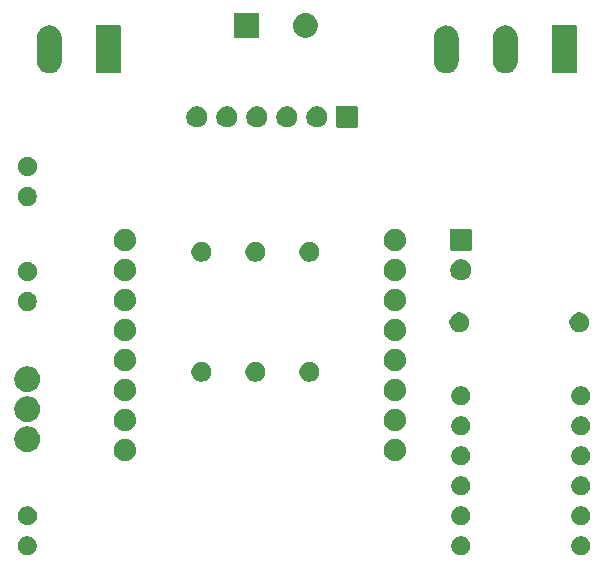
<source format=gbr>
G04 #@! TF.GenerationSoftware,KiCad,Pcbnew,9.0.1*
G04 #@! TF.CreationDate,2025-06-13T00:55:15+02:00*
G04 #@! TF.ProjectId,Garagentor_LEDs,47617261-6765-46e7-946f-725f4c454473,rev?*
G04 #@! TF.SameCoordinates,Original*
G04 #@! TF.FileFunction,Soldermask,Top*
G04 #@! TF.FilePolarity,Negative*
%FSLAX46Y46*%
G04 Gerber Fmt 4.6, Leading zero omitted, Abs format (unit mm)*
G04 Created by KiCad (PCBNEW 9.0.1) date 2025-06-13 00:55:15*
%MOMM*%
%LPD*%
G01*
G04 APERTURE LIST*
G04 APERTURE END LIST*
G36*
X179540001Y-85455008D02*
G01*
X179687246Y-85515998D01*
X179819762Y-85604543D01*
X179932457Y-85717238D01*
X180021002Y-85849754D01*
X180081992Y-85996999D01*
X180113085Y-86153312D01*
X180113085Y-86312688D01*
X180081992Y-86469001D01*
X180021002Y-86616246D01*
X179932457Y-86748762D01*
X179819762Y-86861457D01*
X179687246Y-86950002D01*
X179540001Y-87010992D01*
X179383688Y-87042085D01*
X179224312Y-87042085D01*
X179067999Y-87010992D01*
X178920754Y-86950002D01*
X178788238Y-86861457D01*
X178675543Y-86748762D01*
X178586998Y-86616246D01*
X178526008Y-86469001D01*
X178494915Y-86312688D01*
X178494915Y-86153312D01*
X178526008Y-85996999D01*
X178586998Y-85849754D01*
X178675543Y-85717238D01*
X178788238Y-85604543D01*
X178920754Y-85515998D01*
X179067999Y-85455008D01*
X179224312Y-85423915D01*
X179383688Y-85423915D01*
X179540001Y-85455008D01*
G37*
G36*
X216263001Y-85455008D02*
G01*
X216410246Y-85515998D01*
X216542762Y-85604543D01*
X216655457Y-85717238D01*
X216744002Y-85849754D01*
X216804992Y-85996999D01*
X216836085Y-86153312D01*
X216836085Y-86312688D01*
X216804992Y-86469001D01*
X216744002Y-86616246D01*
X216655457Y-86748762D01*
X216542762Y-86861457D01*
X216410246Y-86950002D01*
X216263001Y-87010992D01*
X216106688Y-87042085D01*
X215947312Y-87042085D01*
X215790999Y-87010992D01*
X215643754Y-86950002D01*
X215511238Y-86861457D01*
X215398543Y-86748762D01*
X215309998Y-86616246D01*
X215249008Y-86469001D01*
X215217915Y-86312688D01*
X215217915Y-86153312D01*
X215249008Y-85996999D01*
X215309998Y-85849754D01*
X215398543Y-85717238D01*
X215511238Y-85604543D01*
X215643754Y-85515998D01*
X215790999Y-85455008D01*
X215947312Y-85423915D01*
X216106688Y-85423915D01*
X216263001Y-85455008D01*
G37*
G36*
X226423001Y-85455008D02*
G01*
X226570246Y-85515998D01*
X226702762Y-85604543D01*
X226815457Y-85717238D01*
X226904002Y-85849754D01*
X226964992Y-85996999D01*
X226996085Y-86153312D01*
X226996085Y-86312688D01*
X226964992Y-86469001D01*
X226904002Y-86616246D01*
X226815457Y-86748762D01*
X226702762Y-86861457D01*
X226570246Y-86950002D01*
X226423001Y-87010992D01*
X226266688Y-87042085D01*
X226107312Y-87042085D01*
X225950999Y-87010992D01*
X225803754Y-86950002D01*
X225671238Y-86861457D01*
X225558543Y-86748762D01*
X225469998Y-86616246D01*
X225409008Y-86469001D01*
X225377915Y-86312688D01*
X225377915Y-86153312D01*
X225409008Y-85996999D01*
X225469998Y-85849754D01*
X225558543Y-85717238D01*
X225671238Y-85604543D01*
X225803754Y-85515998D01*
X225950999Y-85455008D01*
X226107312Y-85423915D01*
X226266688Y-85423915D01*
X226423001Y-85455008D01*
G37*
G36*
X179560001Y-82915008D02*
G01*
X179707246Y-82975998D01*
X179839762Y-83064543D01*
X179952457Y-83177238D01*
X180041002Y-83309754D01*
X180101992Y-83456999D01*
X180133085Y-83613312D01*
X180133085Y-83772688D01*
X180101992Y-83929001D01*
X180041002Y-84076246D01*
X179952457Y-84208762D01*
X179839762Y-84321457D01*
X179707246Y-84410002D01*
X179560001Y-84470992D01*
X179403688Y-84502085D01*
X179244312Y-84502085D01*
X179087999Y-84470992D01*
X178940754Y-84410002D01*
X178808238Y-84321457D01*
X178695543Y-84208762D01*
X178606998Y-84076246D01*
X178546008Y-83929001D01*
X178514915Y-83772688D01*
X178514915Y-83613312D01*
X178546008Y-83456999D01*
X178606998Y-83309754D01*
X178695543Y-83177238D01*
X178808238Y-83064543D01*
X178940754Y-82975998D01*
X179087999Y-82915008D01*
X179244312Y-82883915D01*
X179403688Y-82883915D01*
X179560001Y-82915008D01*
G37*
G36*
X216263001Y-82915008D02*
G01*
X216410246Y-82975998D01*
X216542762Y-83064543D01*
X216655457Y-83177238D01*
X216744002Y-83309754D01*
X216804992Y-83456999D01*
X216836085Y-83613312D01*
X216836085Y-83772688D01*
X216804992Y-83929001D01*
X216744002Y-84076246D01*
X216655457Y-84208762D01*
X216542762Y-84321457D01*
X216410246Y-84410002D01*
X216263001Y-84470992D01*
X216106688Y-84502085D01*
X215947312Y-84502085D01*
X215790999Y-84470992D01*
X215643754Y-84410002D01*
X215511238Y-84321457D01*
X215398543Y-84208762D01*
X215309998Y-84076246D01*
X215249008Y-83929001D01*
X215217915Y-83772688D01*
X215217915Y-83613312D01*
X215249008Y-83456999D01*
X215309998Y-83309754D01*
X215398543Y-83177238D01*
X215511238Y-83064543D01*
X215643754Y-82975998D01*
X215790999Y-82915008D01*
X215947312Y-82883915D01*
X216106688Y-82883915D01*
X216263001Y-82915008D01*
G37*
G36*
X226423001Y-82915008D02*
G01*
X226570246Y-82975998D01*
X226702762Y-83064543D01*
X226815457Y-83177238D01*
X226904002Y-83309754D01*
X226964992Y-83456999D01*
X226996085Y-83613312D01*
X226996085Y-83772688D01*
X226964992Y-83929001D01*
X226904002Y-84076246D01*
X226815457Y-84208762D01*
X226702762Y-84321457D01*
X226570246Y-84410002D01*
X226423001Y-84470992D01*
X226266688Y-84502085D01*
X226107312Y-84502085D01*
X225950999Y-84470992D01*
X225803754Y-84410002D01*
X225671238Y-84321457D01*
X225558543Y-84208762D01*
X225469998Y-84076246D01*
X225409008Y-83929001D01*
X225377915Y-83772688D01*
X225377915Y-83613312D01*
X225409008Y-83456999D01*
X225469998Y-83309754D01*
X225558543Y-83177238D01*
X225671238Y-83064543D01*
X225803754Y-82975998D01*
X225950999Y-82915008D01*
X226107312Y-82883915D01*
X226266688Y-82883915D01*
X226423001Y-82915008D01*
G37*
G36*
X216263001Y-80375008D02*
G01*
X216410246Y-80435998D01*
X216542762Y-80524543D01*
X216655457Y-80637238D01*
X216744002Y-80769754D01*
X216804992Y-80916999D01*
X216836085Y-81073312D01*
X216836085Y-81232688D01*
X216804992Y-81389001D01*
X216744002Y-81536246D01*
X216655457Y-81668762D01*
X216542762Y-81781457D01*
X216410246Y-81870002D01*
X216263001Y-81930992D01*
X216106688Y-81962085D01*
X215947312Y-81962085D01*
X215790999Y-81930992D01*
X215643754Y-81870002D01*
X215511238Y-81781457D01*
X215398543Y-81668762D01*
X215309998Y-81536246D01*
X215249008Y-81389001D01*
X215217915Y-81232688D01*
X215217915Y-81073312D01*
X215249008Y-80916999D01*
X215309998Y-80769754D01*
X215398543Y-80637238D01*
X215511238Y-80524543D01*
X215643754Y-80435998D01*
X215790999Y-80375008D01*
X215947312Y-80343915D01*
X216106688Y-80343915D01*
X216263001Y-80375008D01*
G37*
G36*
X226423001Y-80375008D02*
G01*
X226570246Y-80435998D01*
X226702762Y-80524543D01*
X226815457Y-80637238D01*
X226904002Y-80769754D01*
X226964992Y-80916999D01*
X226996085Y-81073312D01*
X226996085Y-81232688D01*
X226964992Y-81389001D01*
X226904002Y-81536246D01*
X226815457Y-81668762D01*
X226702762Y-81781457D01*
X226570246Y-81870002D01*
X226423001Y-81930992D01*
X226266688Y-81962085D01*
X226107312Y-81962085D01*
X225950999Y-81930992D01*
X225803754Y-81870002D01*
X225671238Y-81781457D01*
X225558543Y-81668762D01*
X225469998Y-81536246D01*
X225409008Y-81389001D01*
X225377915Y-81232688D01*
X225377915Y-81073312D01*
X225409008Y-80916999D01*
X225469998Y-80769754D01*
X225558543Y-80637238D01*
X225671238Y-80524543D01*
X225803754Y-80435998D01*
X225950999Y-80375008D01*
X226107312Y-80343915D01*
X226266688Y-80343915D01*
X226423001Y-80375008D01*
G37*
G36*
X216263001Y-77835008D02*
G01*
X216410246Y-77895998D01*
X216542762Y-77984543D01*
X216655457Y-78097238D01*
X216744002Y-78229754D01*
X216804992Y-78376999D01*
X216836085Y-78533312D01*
X216836085Y-78692688D01*
X216804992Y-78849001D01*
X216744002Y-78996246D01*
X216655457Y-79128762D01*
X216542762Y-79241457D01*
X216410246Y-79330002D01*
X216263001Y-79390992D01*
X216106688Y-79422085D01*
X215947312Y-79422085D01*
X215790999Y-79390992D01*
X215643754Y-79330002D01*
X215511238Y-79241457D01*
X215398543Y-79128762D01*
X215309998Y-78996246D01*
X215249008Y-78849001D01*
X215217915Y-78692688D01*
X215217915Y-78533312D01*
X215249008Y-78376999D01*
X215309998Y-78229754D01*
X215398543Y-78097238D01*
X215511238Y-77984543D01*
X215643754Y-77895998D01*
X215790999Y-77835008D01*
X215947312Y-77803915D01*
X216106688Y-77803915D01*
X216263001Y-77835008D01*
G37*
G36*
X226423001Y-77835008D02*
G01*
X226570246Y-77895998D01*
X226702762Y-77984543D01*
X226815457Y-78097238D01*
X226904002Y-78229754D01*
X226964992Y-78376999D01*
X226996085Y-78533312D01*
X226996085Y-78692688D01*
X226964992Y-78849001D01*
X226904002Y-78996246D01*
X226815457Y-79128762D01*
X226702762Y-79241457D01*
X226570246Y-79330002D01*
X226423001Y-79390992D01*
X226266688Y-79422085D01*
X226107312Y-79422085D01*
X225950999Y-79390992D01*
X225803754Y-79330002D01*
X225671238Y-79241457D01*
X225558543Y-79128762D01*
X225469998Y-78996246D01*
X225409008Y-78849001D01*
X225377915Y-78692688D01*
X225377915Y-78533312D01*
X225409008Y-78376999D01*
X225469998Y-78229754D01*
X225558543Y-78097238D01*
X225671238Y-77984543D01*
X225803754Y-77895998D01*
X225950999Y-77835008D01*
X226107312Y-77803915D01*
X226266688Y-77803915D01*
X226423001Y-77835008D01*
G37*
G36*
X187661553Y-77158579D02*
G01*
X187672214Y-77158579D01*
X187713865Y-77166864D01*
X187800916Y-77180651D01*
X187828918Y-77189749D01*
X187855061Y-77194950D01*
X187891956Y-77210232D01*
X187942784Y-77226748D01*
X187990399Y-77251009D01*
X188027298Y-77266293D01*
X188049463Y-77281103D01*
X188075693Y-77294468D01*
X188146990Y-77346268D01*
X188182308Y-77369867D01*
X188189846Y-77377405D01*
X188196370Y-77382145D01*
X188301854Y-77487629D01*
X188306593Y-77494152D01*
X188314133Y-77501692D01*
X188337734Y-77537014D01*
X188389531Y-77608306D01*
X188402894Y-77634533D01*
X188417707Y-77656702D01*
X188432993Y-77693605D01*
X188457251Y-77741215D01*
X188473764Y-77792035D01*
X188489050Y-77828939D01*
X188494251Y-77855086D01*
X188503348Y-77883083D01*
X188517134Y-77970125D01*
X188525421Y-78011786D01*
X188525421Y-78022447D01*
X188526683Y-78030415D01*
X188526683Y-78179584D01*
X188525421Y-78187551D01*
X188525421Y-78198214D01*
X188517133Y-78239877D01*
X188503348Y-78326916D01*
X188494251Y-78354910D01*
X188489050Y-78381061D01*
X188473762Y-78417968D01*
X188457251Y-78468784D01*
X188432995Y-78516388D01*
X188417707Y-78553298D01*
X188402892Y-78575470D01*
X188389531Y-78601693D01*
X188337742Y-78672973D01*
X188314133Y-78708308D01*
X188306591Y-78715849D01*
X188301854Y-78722370D01*
X188196370Y-78827854D01*
X188189849Y-78832591D01*
X188182308Y-78840133D01*
X188146973Y-78863742D01*
X188075693Y-78915531D01*
X188049470Y-78928892D01*
X188027298Y-78943707D01*
X187990388Y-78958995D01*
X187942784Y-78983251D01*
X187891968Y-78999762D01*
X187855061Y-79015050D01*
X187828910Y-79020251D01*
X187800916Y-79029348D01*
X187713875Y-79043133D01*
X187672214Y-79051421D01*
X187661553Y-79051421D01*
X187653585Y-79052683D01*
X187504415Y-79052683D01*
X187496447Y-79051421D01*
X187485786Y-79051421D01*
X187444125Y-79043134D01*
X187357083Y-79029348D01*
X187329086Y-79020251D01*
X187302939Y-79015050D01*
X187266035Y-78999764D01*
X187215215Y-78983251D01*
X187167605Y-78958993D01*
X187130702Y-78943707D01*
X187108533Y-78928894D01*
X187082306Y-78915531D01*
X187011014Y-78863734D01*
X186975692Y-78840133D01*
X186968152Y-78832593D01*
X186961629Y-78827854D01*
X186856145Y-78722370D01*
X186851405Y-78715846D01*
X186843867Y-78708308D01*
X186820268Y-78672990D01*
X186768468Y-78601693D01*
X186755103Y-78575463D01*
X186740293Y-78553298D01*
X186725009Y-78516399D01*
X186700748Y-78468784D01*
X186684232Y-78417956D01*
X186668950Y-78381061D01*
X186663749Y-78354918D01*
X186654651Y-78326916D01*
X186640864Y-78239867D01*
X186632579Y-78198214D01*
X186632579Y-78187552D01*
X186631317Y-78179584D01*
X186631317Y-78030415D01*
X186632579Y-78022446D01*
X186632579Y-78011786D01*
X186640863Y-77970136D01*
X186654651Y-77883083D01*
X186663750Y-77855078D01*
X186668950Y-77828939D01*
X186684231Y-77792046D01*
X186700748Y-77741215D01*
X186725011Y-77693595D01*
X186740293Y-77656702D01*
X186755101Y-77634539D01*
X186768468Y-77608306D01*
X186820277Y-77536996D01*
X186843867Y-77501692D01*
X186851402Y-77494156D01*
X186856145Y-77487629D01*
X186961629Y-77382145D01*
X186968156Y-77377402D01*
X186975692Y-77369867D01*
X187010996Y-77346277D01*
X187082306Y-77294468D01*
X187108539Y-77281101D01*
X187130702Y-77266293D01*
X187167595Y-77251011D01*
X187215215Y-77226748D01*
X187266046Y-77210231D01*
X187302939Y-77194950D01*
X187329078Y-77189750D01*
X187357083Y-77180651D01*
X187444136Y-77166863D01*
X187485786Y-77158579D01*
X187496447Y-77158579D01*
X187504415Y-77157317D01*
X187653585Y-77157317D01*
X187661553Y-77158579D01*
G37*
G36*
X210521553Y-77158579D02*
G01*
X210532214Y-77158579D01*
X210573865Y-77166864D01*
X210660916Y-77180651D01*
X210688918Y-77189749D01*
X210715061Y-77194950D01*
X210751956Y-77210232D01*
X210802784Y-77226748D01*
X210850399Y-77251009D01*
X210887298Y-77266293D01*
X210909463Y-77281103D01*
X210935693Y-77294468D01*
X211006990Y-77346268D01*
X211042308Y-77369867D01*
X211049846Y-77377405D01*
X211056370Y-77382145D01*
X211161854Y-77487629D01*
X211166593Y-77494152D01*
X211174133Y-77501692D01*
X211197734Y-77537014D01*
X211249531Y-77608306D01*
X211262894Y-77634533D01*
X211277707Y-77656702D01*
X211292993Y-77693605D01*
X211317251Y-77741215D01*
X211333764Y-77792035D01*
X211349050Y-77828939D01*
X211354251Y-77855086D01*
X211363348Y-77883083D01*
X211377134Y-77970125D01*
X211385421Y-78011786D01*
X211385421Y-78022447D01*
X211386683Y-78030415D01*
X211386683Y-78179584D01*
X211385421Y-78187551D01*
X211385421Y-78198214D01*
X211377133Y-78239877D01*
X211363348Y-78326916D01*
X211354251Y-78354910D01*
X211349050Y-78381061D01*
X211333762Y-78417968D01*
X211317251Y-78468784D01*
X211292995Y-78516388D01*
X211277707Y-78553298D01*
X211262892Y-78575470D01*
X211249531Y-78601693D01*
X211197742Y-78672973D01*
X211174133Y-78708308D01*
X211166591Y-78715849D01*
X211161854Y-78722370D01*
X211056370Y-78827854D01*
X211049849Y-78832591D01*
X211042308Y-78840133D01*
X211006973Y-78863742D01*
X210935693Y-78915531D01*
X210909470Y-78928892D01*
X210887298Y-78943707D01*
X210850388Y-78958995D01*
X210802784Y-78983251D01*
X210751968Y-78999762D01*
X210715061Y-79015050D01*
X210688910Y-79020251D01*
X210660916Y-79029348D01*
X210573875Y-79043133D01*
X210532214Y-79051421D01*
X210521553Y-79051421D01*
X210513585Y-79052683D01*
X210364415Y-79052683D01*
X210356447Y-79051421D01*
X210345786Y-79051421D01*
X210304125Y-79043134D01*
X210217083Y-79029348D01*
X210189086Y-79020251D01*
X210162939Y-79015050D01*
X210126035Y-78999764D01*
X210075215Y-78983251D01*
X210027605Y-78958993D01*
X209990702Y-78943707D01*
X209968533Y-78928894D01*
X209942306Y-78915531D01*
X209871014Y-78863734D01*
X209835692Y-78840133D01*
X209828152Y-78832593D01*
X209821629Y-78827854D01*
X209716145Y-78722370D01*
X209711405Y-78715846D01*
X209703867Y-78708308D01*
X209680268Y-78672990D01*
X209628468Y-78601693D01*
X209615103Y-78575463D01*
X209600293Y-78553298D01*
X209585009Y-78516399D01*
X209560748Y-78468784D01*
X209544232Y-78417956D01*
X209528950Y-78381061D01*
X209523749Y-78354918D01*
X209514651Y-78326916D01*
X209500864Y-78239867D01*
X209492579Y-78198214D01*
X209492579Y-78187552D01*
X209491317Y-78179584D01*
X209491317Y-78030415D01*
X209492579Y-78022446D01*
X209492579Y-78011786D01*
X209500863Y-77970136D01*
X209514651Y-77883083D01*
X209523750Y-77855078D01*
X209528950Y-77828939D01*
X209544231Y-77792046D01*
X209560748Y-77741215D01*
X209585011Y-77693595D01*
X209600293Y-77656702D01*
X209615101Y-77634539D01*
X209628468Y-77608306D01*
X209680277Y-77536996D01*
X209703867Y-77501692D01*
X209711402Y-77494156D01*
X209716145Y-77487629D01*
X209821629Y-77382145D01*
X209828156Y-77377402D01*
X209835692Y-77369867D01*
X209870996Y-77346277D01*
X209942306Y-77294468D01*
X209968539Y-77281101D01*
X209990702Y-77266293D01*
X210027595Y-77251011D01*
X210075215Y-77226748D01*
X210126046Y-77210231D01*
X210162939Y-77194950D01*
X210189078Y-77189750D01*
X210217083Y-77180651D01*
X210304136Y-77166863D01*
X210345786Y-77158579D01*
X210356447Y-77158579D01*
X210364415Y-77157317D01*
X210513585Y-77157317D01*
X210521553Y-77158579D01*
G37*
G36*
X179581023Y-76145421D02*
G01*
X179745334Y-76198809D01*
X179899271Y-76277243D01*
X180039042Y-76378793D01*
X180161207Y-76500958D01*
X180262757Y-76640729D01*
X180341191Y-76794666D01*
X180394579Y-76958977D01*
X180421606Y-77129617D01*
X180421606Y-77302383D01*
X180394579Y-77473023D01*
X180341191Y-77637334D01*
X180262757Y-77791271D01*
X180161207Y-77931042D01*
X180039042Y-78053207D01*
X179899271Y-78154757D01*
X179745334Y-78233191D01*
X179581023Y-78286579D01*
X179410383Y-78313606D01*
X179237617Y-78313606D01*
X179066977Y-78286579D01*
X178902666Y-78233191D01*
X178748729Y-78154757D01*
X178608958Y-78053207D01*
X178486793Y-77931042D01*
X178385243Y-77791271D01*
X178306809Y-77637334D01*
X178253421Y-77473023D01*
X178226394Y-77302383D01*
X178226394Y-77129617D01*
X178253421Y-76958977D01*
X178306809Y-76794666D01*
X178385243Y-76640729D01*
X178486793Y-76500958D01*
X178608958Y-76378793D01*
X178748729Y-76277243D01*
X178902666Y-76198809D01*
X179066977Y-76145421D01*
X179237617Y-76118394D01*
X179410383Y-76118394D01*
X179581023Y-76145421D01*
G37*
G36*
X216263001Y-75295008D02*
G01*
X216410246Y-75355998D01*
X216542762Y-75444543D01*
X216655457Y-75557238D01*
X216744002Y-75689754D01*
X216804992Y-75836999D01*
X216836085Y-75993312D01*
X216836085Y-76152688D01*
X216804992Y-76309001D01*
X216744002Y-76456246D01*
X216655457Y-76588762D01*
X216542762Y-76701457D01*
X216410246Y-76790002D01*
X216263001Y-76850992D01*
X216106688Y-76882085D01*
X215947312Y-76882085D01*
X215790999Y-76850992D01*
X215643754Y-76790002D01*
X215511238Y-76701457D01*
X215398543Y-76588762D01*
X215309998Y-76456246D01*
X215249008Y-76309001D01*
X215217915Y-76152688D01*
X215217915Y-75993312D01*
X215249008Y-75836999D01*
X215309998Y-75689754D01*
X215398543Y-75557238D01*
X215511238Y-75444543D01*
X215643754Y-75355998D01*
X215790999Y-75295008D01*
X215947312Y-75263915D01*
X216106688Y-75263915D01*
X216263001Y-75295008D01*
G37*
G36*
X226423001Y-75295008D02*
G01*
X226570246Y-75355998D01*
X226702762Y-75444543D01*
X226815457Y-75557238D01*
X226904002Y-75689754D01*
X226964992Y-75836999D01*
X226996085Y-75993312D01*
X226996085Y-76152688D01*
X226964992Y-76309001D01*
X226904002Y-76456246D01*
X226815457Y-76588762D01*
X226702762Y-76701457D01*
X226570246Y-76790002D01*
X226423001Y-76850992D01*
X226266688Y-76882085D01*
X226107312Y-76882085D01*
X225950999Y-76850992D01*
X225803754Y-76790002D01*
X225671238Y-76701457D01*
X225558543Y-76588762D01*
X225469998Y-76456246D01*
X225409008Y-76309001D01*
X225377915Y-76152688D01*
X225377915Y-75993312D01*
X225409008Y-75836999D01*
X225469998Y-75689754D01*
X225558543Y-75557238D01*
X225671238Y-75444543D01*
X225803754Y-75355998D01*
X225950999Y-75295008D01*
X226107312Y-75263915D01*
X226266688Y-75263915D01*
X226423001Y-75295008D01*
G37*
G36*
X187661553Y-74618579D02*
G01*
X187672214Y-74618579D01*
X187713865Y-74626864D01*
X187800916Y-74640651D01*
X187828918Y-74649749D01*
X187855061Y-74654950D01*
X187891956Y-74670232D01*
X187942784Y-74686748D01*
X187990399Y-74711009D01*
X188027298Y-74726293D01*
X188049463Y-74741103D01*
X188075693Y-74754468D01*
X188146990Y-74806268D01*
X188182308Y-74829867D01*
X188189846Y-74837405D01*
X188196370Y-74842145D01*
X188301854Y-74947629D01*
X188306593Y-74954152D01*
X188314133Y-74961692D01*
X188337734Y-74997014D01*
X188389531Y-75068306D01*
X188402894Y-75094533D01*
X188417707Y-75116702D01*
X188432993Y-75153605D01*
X188457251Y-75201215D01*
X188473764Y-75252035D01*
X188489050Y-75288939D01*
X188494251Y-75315086D01*
X188503348Y-75343083D01*
X188517134Y-75430125D01*
X188525421Y-75471786D01*
X188525421Y-75482447D01*
X188526683Y-75490415D01*
X188526683Y-75639584D01*
X188525421Y-75647551D01*
X188525421Y-75658214D01*
X188517133Y-75699877D01*
X188503348Y-75786916D01*
X188494251Y-75814910D01*
X188489050Y-75841061D01*
X188473762Y-75877968D01*
X188457251Y-75928784D01*
X188432995Y-75976388D01*
X188417707Y-76013298D01*
X188402892Y-76035470D01*
X188389531Y-76061693D01*
X188337742Y-76132973D01*
X188314133Y-76168308D01*
X188306591Y-76175849D01*
X188301854Y-76182370D01*
X188196370Y-76287854D01*
X188189849Y-76292591D01*
X188182308Y-76300133D01*
X188146973Y-76323742D01*
X188075693Y-76375531D01*
X188049470Y-76388892D01*
X188027298Y-76403707D01*
X187990388Y-76418995D01*
X187942784Y-76443251D01*
X187891968Y-76459762D01*
X187855061Y-76475050D01*
X187828910Y-76480251D01*
X187800916Y-76489348D01*
X187713875Y-76503133D01*
X187672214Y-76511421D01*
X187661553Y-76511421D01*
X187653585Y-76512683D01*
X187504415Y-76512683D01*
X187496447Y-76511421D01*
X187485786Y-76511421D01*
X187444125Y-76503134D01*
X187357083Y-76489348D01*
X187329086Y-76480251D01*
X187302939Y-76475050D01*
X187266035Y-76459764D01*
X187215215Y-76443251D01*
X187167605Y-76418993D01*
X187130702Y-76403707D01*
X187108533Y-76388894D01*
X187082306Y-76375531D01*
X187011014Y-76323734D01*
X186975692Y-76300133D01*
X186968152Y-76292593D01*
X186961629Y-76287854D01*
X186856145Y-76182370D01*
X186851405Y-76175846D01*
X186843867Y-76168308D01*
X186820268Y-76132990D01*
X186768468Y-76061693D01*
X186755103Y-76035463D01*
X186740293Y-76013298D01*
X186725009Y-75976399D01*
X186700748Y-75928784D01*
X186684232Y-75877956D01*
X186668950Y-75841061D01*
X186663749Y-75814918D01*
X186654651Y-75786916D01*
X186640864Y-75699867D01*
X186632579Y-75658214D01*
X186632579Y-75647552D01*
X186631317Y-75639584D01*
X186631317Y-75490415D01*
X186632579Y-75482446D01*
X186632579Y-75471786D01*
X186640863Y-75430136D01*
X186654651Y-75343083D01*
X186663750Y-75315078D01*
X186668950Y-75288939D01*
X186684231Y-75252046D01*
X186700748Y-75201215D01*
X186725011Y-75153595D01*
X186740293Y-75116702D01*
X186755101Y-75094539D01*
X186768468Y-75068306D01*
X186820277Y-74996996D01*
X186843867Y-74961692D01*
X186851402Y-74954156D01*
X186856145Y-74947629D01*
X186961629Y-74842145D01*
X186968156Y-74837402D01*
X186975692Y-74829867D01*
X187010996Y-74806277D01*
X187082306Y-74754468D01*
X187108539Y-74741101D01*
X187130702Y-74726293D01*
X187167595Y-74711011D01*
X187215215Y-74686748D01*
X187266046Y-74670231D01*
X187302939Y-74654950D01*
X187329078Y-74649750D01*
X187357083Y-74640651D01*
X187444136Y-74626863D01*
X187485786Y-74618579D01*
X187496447Y-74618579D01*
X187504415Y-74617317D01*
X187653585Y-74617317D01*
X187661553Y-74618579D01*
G37*
G36*
X210521553Y-74618579D02*
G01*
X210532214Y-74618579D01*
X210573865Y-74626864D01*
X210660916Y-74640651D01*
X210688918Y-74649749D01*
X210715061Y-74654950D01*
X210751956Y-74670232D01*
X210802784Y-74686748D01*
X210850399Y-74711009D01*
X210887298Y-74726293D01*
X210909463Y-74741103D01*
X210935693Y-74754468D01*
X211006990Y-74806268D01*
X211042308Y-74829867D01*
X211049846Y-74837405D01*
X211056370Y-74842145D01*
X211161854Y-74947629D01*
X211166593Y-74954152D01*
X211174133Y-74961692D01*
X211197734Y-74997014D01*
X211249531Y-75068306D01*
X211262894Y-75094533D01*
X211277707Y-75116702D01*
X211292993Y-75153605D01*
X211317251Y-75201215D01*
X211333764Y-75252035D01*
X211349050Y-75288939D01*
X211354251Y-75315086D01*
X211363348Y-75343083D01*
X211377134Y-75430125D01*
X211385421Y-75471786D01*
X211385421Y-75482447D01*
X211386683Y-75490415D01*
X211386683Y-75639584D01*
X211385421Y-75647551D01*
X211385421Y-75658214D01*
X211377133Y-75699877D01*
X211363348Y-75786916D01*
X211354251Y-75814910D01*
X211349050Y-75841061D01*
X211333762Y-75877968D01*
X211317251Y-75928784D01*
X211292995Y-75976388D01*
X211277707Y-76013298D01*
X211262892Y-76035470D01*
X211249531Y-76061693D01*
X211197742Y-76132973D01*
X211174133Y-76168308D01*
X211166591Y-76175849D01*
X211161854Y-76182370D01*
X211056370Y-76287854D01*
X211049849Y-76292591D01*
X211042308Y-76300133D01*
X211006973Y-76323742D01*
X210935693Y-76375531D01*
X210909470Y-76388892D01*
X210887298Y-76403707D01*
X210850388Y-76418995D01*
X210802784Y-76443251D01*
X210751968Y-76459762D01*
X210715061Y-76475050D01*
X210688910Y-76480251D01*
X210660916Y-76489348D01*
X210573875Y-76503133D01*
X210532214Y-76511421D01*
X210521553Y-76511421D01*
X210513585Y-76512683D01*
X210364415Y-76512683D01*
X210356447Y-76511421D01*
X210345786Y-76511421D01*
X210304125Y-76503134D01*
X210217083Y-76489348D01*
X210189086Y-76480251D01*
X210162939Y-76475050D01*
X210126035Y-76459764D01*
X210075215Y-76443251D01*
X210027605Y-76418993D01*
X209990702Y-76403707D01*
X209968533Y-76388894D01*
X209942306Y-76375531D01*
X209871014Y-76323734D01*
X209835692Y-76300133D01*
X209828152Y-76292593D01*
X209821629Y-76287854D01*
X209716145Y-76182370D01*
X209711405Y-76175846D01*
X209703867Y-76168308D01*
X209680268Y-76132990D01*
X209628468Y-76061693D01*
X209615103Y-76035463D01*
X209600293Y-76013298D01*
X209585009Y-75976399D01*
X209560748Y-75928784D01*
X209544232Y-75877956D01*
X209528950Y-75841061D01*
X209523749Y-75814918D01*
X209514651Y-75786916D01*
X209500864Y-75699867D01*
X209492579Y-75658214D01*
X209492579Y-75647552D01*
X209491317Y-75639584D01*
X209491317Y-75490415D01*
X209492579Y-75482446D01*
X209492579Y-75471786D01*
X209500863Y-75430136D01*
X209514651Y-75343083D01*
X209523750Y-75315078D01*
X209528950Y-75288939D01*
X209544231Y-75252046D01*
X209560748Y-75201215D01*
X209585011Y-75153595D01*
X209600293Y-75116702D01*
X209615101Y-75094539D01*
X209628468Y-75068306D01*
X209680277Y-74996996D01*
X209703867Y-74961692D01*
X209711402Y-74954156D01*
X209716145Y-74947629D01*
X209821629Y-74842145D01*
X209828156Y-74837402D01*
X209835692Y-74829867D01*
X209870996Y-74806277D01*
X209942306Y-74754468D01*
X209968539Y-74741101D01*
X209990702Y-74726293D01*
X210027595Y-74711011D01*
X210075215Y-74686748D01*
X210126046Y-74670231D01*
X210162939Y-74654950D01*
X210189078Y-74649750D01*
X210217083Y-74640651D01*
X210304136Y-74626863D01*
X210345786Y-74618579D01*
X210356447Y-74618579D01*
X210364415Y-74617317D01*
X210513585Y-74617317D01*
X210521553Y-74618579D01*
G37*
G36*
X179581023Y-73605421D02*
G01*
X179745334Y-73658809D01*
X179899271Y-73737243D01*
X180039042Y-73838793D01*
X180161207Y-73960958D01*
X180262757Y-74100729D01*
X180341191Y-74254666D01*
X180394579Y-74418977D01*
X180421606Y-74589617D01*
X180421606Y-74762383D01*
X180394579Y-74933023D01*
X180341191Y-75097334D01*
X180262757Y-75251271D01*
X180161207Y-75391042D01*
X180039042Y-75513207D01*
X179899271Y-75614757D01*
X179745334Y-75693191D01*
X179581023Y-75746579D01*
X179410383Y-75773606D01*
X179237617Y-75773606D01*
X179066977Y-75746579D01*
X178902666Y-75693191D01*
X178748729Y-75614757D01*
X178608958Y-75513207D01*
X178486793Y-75391042D01*
X178385243Y-75251271D01*
X178306809Y-75097334D01*
X178253421Y-74933023D01*
X178226394Y-74762383D01*
X178226394Y-74589617D01*
X178253421Y-74418977D01*
X178306809Y-74254666D01*
X178385243Y-74100729D01*
X178486793Y-73960958D01*
X178608958Y-73838793D01*
X178748729Y-73737243D01*
X178902666Y-73658809D01*
X179066977Y-73605421D01*
X179237617Y-73578394D01*
X179410383Y-73578394D01*
X179581023Y-73605421D01*
G37*
G36*
X216263001Y-72755008D02*
G01*
X216410246Y-72815998D01*
X216542762Y-72904543D01*
X216655457Y-73017238D01*
X216744002Y-73149754D01*
X216804992Y-73296999D01*
X216836085Y-73453312D01*
X216836085Y-73612688D01*
X216804992Y-73769001D01*
X216744002Y-73916246D01*
X216655457Y-74048762D01*
X216542762Y-74161457D01*
X216410246Y-74250002D01*
X216263001Y-74310992D01*
X216106688Y-74342085D01*
X215947312Y-74342085D01*
X215790999Y-74310992D01*
X215643754Y-74250002D01*
X215511238Y-74161457D01*
X215398543Y-74048762D01*
X215309998Y-73916246D01*
X215249008Y-73769001D01*
X215217915Y-73612688D01*
X215217915Y-73453312D01*
X215249008Y-73296999D01*
X215309998Y-73149754D01*
X215398543Y-73017238D01*
X215511238Y-72904543D01*
X215643754Y-72815998D01*
X215790999Y-72755008D01*
X215947312Y-72723915D01*
X216106688Y-72723915D01*
X216263001Y-72755008D01*
G37*
G36*
X226423001Y-72755008D02*
G01*
X226570246Y-72815998D01*
X226702762Y-72904543D01*
X226815457Y-73017238D01*
X226904002Y-73149754D01*
X226964992Y-73296999D01*
X226996085Y-73453312D01*
X226996085Y-73612688D01*
X226964992Y-73769001D01*
X226904002Y-73916246D01*
X226815457Y-74048762D01*
X226702762Y-74161457D01*
X226570246Y-74250002D01*
X226423001Y-74310992D01*
X226266688Y-74342085D01*
X226107312Y-74342085D01*
X225950999Y-74310992D01*
X225803754Y-74250002D01*
X225671238Y-74161457D01*
X225558543Y-74048762D01*
X225469998Y-73916246D01*
X225409008Y-73769001D01*
X225377915Y-73612688D01*
X225377915Y-73453312D01*
X225409008Y-73296999D01*
X225469998Y-73149754D01*
X225558543Y-73017238D01*
X225671238Y-72904543D01*
X225803754Y-72815998D01*
X225950999Y-72755008D01*
X226107312Y-72723915D01*
X226266688Y-72723915D01*
X226423001Y-72755008D01*
G37*
G36*
X187661553Y-72078579D02*
G01*
X187672214Y-72078579D01*
X187713865Y-72086864D01*
X187800916Y-72100651D01*
X187828918Y-72109749D01*
X187855061Y-72114950D01*
X187891956Y-72130232D01*
X187942784Y-72146748D01*
X187990399Y-72171009D01*
X188027298Y-72186293D01*
X188049463Y-72201103D01*
X188075693Y-72214468D01*
X188146990Y-72266268D01*
X188182308Y-72289867D01*
X188189846Y-72297405D01*
X188196370Y-72302145D01*
X188301854Y-72407629D01*
X188306593Y-72414152D01*
X188314133Y-72421692D01*
X188337734Y-72457014D01*
X188389531Y-72528306D01*
X188402894Y-72554533D01*
X188417707Y-72576702D01*
X188432993Y-72613605D01*
X188457251Y-72661215D01*
X188473764Y-72712035D01*
X188489050Y-72748939D01*
X188494251Y-72775086D01*
X188503348Y-72803083D01*
X188517134Y-72890125D01*
X188525421Y-72931786D01*
X188525421Y-72942447D01*
X188526683Y-72950415D01*
X188526683Y-73099584D01*
X188525421Y-73107551D01*
X188525421Y-73118214D01*
X188517133Y-73159877D01*
X188503348Y-73246916D01*
X188494251Y-73274910D01*
X188489050Y-73301061D01*
X188473762Y-73337968D01*
X188457251Y-73388784D01*
X188432995Y-73436388D01*
X188417707Y-73473298D01*
X188402892Y-73495470D01*
X188389531Y-73521693D01*
X188337742Y-73592973D01*
X188314133Y-73628308D01*
X188306591Y-73635849D01*
X188301854Y-73642370D01*
X188196370Y-73747854D01*
X188189849Y-73752591D01*
X188182308Y-73760133D01*
X188146973Y-73783742D01*
X188075693Y-73835531D01*
X188049470Y-73848892D01*
X188027298Y-73863707D01*
X187990388Y-73878995D01*
X187942784Y-73903251D01*
X187891968Y-73919762D01*
X187855061Y-73935050D01*
X187828910Y-73940251D01*
X187800916Y-73949348D01*
X187713875Y-73963133D01*
X187672214Y-73971421D01*
X187661553Y-73971421D01*
X187653585Y-73972683D01*
X187504415Y-73972683D01*
X187496447Y-73971421D01*
X187485786Y-73971421D01*
X187444125Y-73963134D01*
X187357083Y-73949348D01*
X187329086Y-73940251D01*
X187302939Y-73935050D01*
X187266035Y-73919764D01*
X187215215Y-73903251D01*
X187167605Y-73878993D01*
X187130702Y-73863707D01*
X187108533Y-73848894D01*
X187082306Y-73835531D01*
X187011014Y-73783734D01*
X186975692Y-73760133D01*
X186968152Y-73752593D01*
X186961629Y-73747854D01*
X186856145Y-73642370D01*
X186851405Y-73635846D01*
X186843867Y-73628308D01*
X186820268Y-73592990D01*
X186768468Y-73521693D01*
X186755103Y-73495463D01*
X186740293Y-73473298D01*
X186725009Y-73436399D01*
X186700748Y-73388784D01*
X186684232Y-73337956D01*
X186668950Y-73301061D01*
X186663749Y-73274918D01*
X186654651Y-73246916D01*
X186640864Y-73159867D01*
X186632579Y-73118214D01*
X186632579Y-73107552D01*
X186631317Y-73099584D01*
X186631317Y-72950415D01*
X186632579Y-72942446D01*
X186632579Y-72931786D01*
X186640863Y-72890136D01*
X186654651Y-72803083D01*
X186663750Y-72775078D01*
X186668950Y-72748939D01*
X186684231Y-72712046D01*
X186700748Y-72661215D01*
X186725011Y-72613595D01*
X186740293Y-72576702D01*
X186755101Y-72554539D01*
X186768468Y-72528306D01*
X186820277Y-72456996D01*
X186843867Y-72421692D01*
X186851402Y-72414156D01*
X186856145Y-72407629D01*
X186961629Y-72302145D01*
X186968156Y-72297402D01*
X186975692Y-72289867D01*
X187010996Y-72266277D01*
X187082306Y-72214468D01*
X187108539Y-72201101D01*
X187130702Y-72186293D01*
X187167595Y-72171011D01*
X187215215Y-72146748D01*
X187266046Y-72130231D01*
X187302939Y-72114950D01*
X187329078Y-72109750D01*
X187357083Y-72100651D01*
X187444136Y-72086863D01*
X187485786Y-72078579D01*
X187496447Y-72078579D01*
X187504415Y-72077317D01*
X187653585Y-72077317D01*
X187661553Y-72078579D01*
G37*
G36*
X210521553Y-72078579D02*
G01*
X210532214Y-72078579D01*
X210573865Y-72086864D01*
X210660916Y-72100651D01*
X210688918Y-72109749D01*
X210715061Y-72114950D01*
X210751956Y-72130232D01*
X210802784Y-72146748D01*
X210850399Y-72171009D01*
X210887298Y-72186293D01*
X210909463Y-72201103D01*
X210935693Y-72214468D01*
X211006990Y-72266268D01*
X211042308Y-72289867D01*
X211049846Y-72297405D01*
X211056370Y-72302145D01*
X211161854Y-72407629D01*
X211166593Y-72414152D01*
X211174133Y-72421692D01*
X211197734Y-72457014D01*
X211249531Y-72528306D01*
X211262894Y-72554533D01*
X211277707Y-72576702D01*
X211292993Y-72613605D01*
X211317251Y-72661215D01*
X211333764Y-72712035D01*
X211349050Y-72748939D01*
X211354251Y-72775086D01*
X211363348Y-72803083D01*
X211377134Y-72890125D01*
X211385421Y-72931786D01*
X211385421Y-72942447D01*
X211386683Y-72950415D01*
X211386683Y-73099584D01*
X211385421Y-73107551D01*
X211385421Y-73118214D01*
X211377133Y-73159877D01*
X211363348Y-73246916D01*
X211354251Y-73274910D01*
X211349050Y-73301061D01*
X211333762Y-73337968D01*
X211317251Y-73388784D01*
X211292995Y-73436388D01*
X211277707Y-73473298D01*
X211262892Y-73495470D01*
X211249531Y-73521693D01*
X211197742Y-73592973D01*
X211174133Y-73628308D01*
X211166591Y-73635849D01*
X211161854Y-73642370D01*
X211056370Y-73747854D01*
X211049849Y-73752591D01*
X211042308Y-73760133D01*
X211006973Y-73783742D01*
X210935693Y-73835531D01*
X210909470Y-73848892D01*
X210887298Y-73863707D01*
X210850388Y-73878995D01*
X210802784Y-73903251D01*
X210751968Y-73919762D01*
X210715061Y-73935050D01*
X210688910Y-73940251D01*
X210660916Y-73949348D01*
X210573875Y-73963133D01*
X210532214Y-73971421D01*
X210521553Y-73971421D01*
X210513585Y-73972683D01*
X210364415Y-73972683D01*
X210356447Y-73971421D01*
X210345786Y-73971421D01*
X210304125Y-73963134D01*
X210217083Y-73949348D01*
X210189086Y-73940251D01*
X210162939Y-73935050D01*
X210126035Y-73919764D01*
X210075215Y-73903251D01*
X210027605Y-73878993D01*
X209990702Y-73863707D01*
X209968533Y-73848894D01*
X209942306Y-73835531D01*
X209871014Y-73783734D01*
X209835692Y-73760133D01*
X209828152Y-73752593D01*
X209821629Y-73747854D01*
X209716145Y-73642370D01*
X209711405Y-73635846D01*
X209703867Y-73628308D01*
X209680268Y-73592990D01*
X209628468Y-73521693D01*
X209615103Y-73495463D01*
X209600293Y-73473298D01*
X209585009Y-73436399D01*
X209560748Y-73388784D01*
X209544232Y-73337956D01*
X209528950Y-73301061D01*
X209523749Y-73274918D01*
X209514651Y-73246916D01*
X209500864Y-73159867D01*
X209492579Y-73118214D01*
X209492579Y-73107552D01*
X209491317Y-73099584D01*
X209491317Y-72950415D01*
X209492579Y-72942446D01*
X209492579Y-72931786D01*
X209500863Y-72890136D01*
X209514651Y-72803083D01*
X209523750Y-72775078D01*
X209528950Y-72748939D01*
X209544231Y-72712046D01*
X209560748Y-72661215D01*
X209585011Y-72613595D01*
X209600293Y-72576702D01*
X209615101Y-72554539D01*
X209628468Y-72528306D01*
X209680277Y-72456996D01*
X209703867Y-72421692D01*
X209711402Y-72414156D01*
X209716145Y-72407629D01*
X209821629Y-72302145D01*
X209828156Y-72297402D01*
X209835692Y-72289867D01*
X209870996Y-72266277D01*
X209942306Y-72214468D01*
X209968539Y-72201101D01*
X209990702Y-72186293D01*
X210027595Y-72171011D01*
X210075215Y-72146748D01*
X210126046Y-72130231D01*
X210162939Y-72114950D01*
X210189078Y-72109750D01*
X210217083Y-72100651D01*
X210304136Y-72086863D01*
X210345786Y-72078579D01*
X210356447Y-72078579D01*
X210364415Y-72077317D01*
X210513585Y-72077317D01*
X210521553Y-72078579D01*
G37*
G36*
X179581023Y-71065421D02*
G01*
X179745334Y-71118809D01*
X179899271Y-71197243D01*
X180039042Y-71298793D01*
X180161207Y-71420958D01*
X180262757Y-71560729D01*
X180341191Y-71714666D01*
X180394579Y-71878977D01*
X180421606Y-72049617D01*
X180421606Y-72222383D01*
X180394579Y-72393023D01*
X180341191Y-72557334D01*
X180262757Y-72711271D01*
X180161207Y-72851042D01*
X180039042Y-72973207D01*
X179899271Y-73074757D01*
X179745334Y-73153191D01*
X179581023Y-73206579D01*
X179410383Y-73233606D01*
X179237617Y-73233606D01*
X179066977Y-73206579D01*
X178902666Y-73153191D01*
X178748729Y-73074757D01*
X178608958Y-72973207D01*
X178486793Y-72851042D01*
X178385243Y-72711271D01*
X178306809Y-72557334D01*
X178253421Y-72393023D01*
X178226394Y-72222383D01*
X178226394Y-72049617D01*
X178253421Y-71878977D01*
X178306809Y-71714666D01*
X178385243Y-71560729D01*
X178486793Y-71420958D01*
X178608958Y-71298793D01*
X178748729Y-71197243D01*
X178902666Y-71118809D01*
X179066977Y-71065421D01*
X179237617Y-71038394D01*
X179410383Y-71038394D01*
X179581023Y-71065421D01*
G37*
G36*
X194303032Y-70686644D02*
G01*
X194457159Y-70750485D01*
X194595869Y-70843168D01*
X194713832Y-70961131D01*
X194806515Y-71099841D01*
X194870356Y-71253968D01*
X194902902Y-71417587D01*
X194902902Y-71584413D01*
X194870356Y-71748032D01*
X194806515Y-71902159D01*
X194713832Y-72040869D01*
X194595869Y-72158832D01*
X194457159Y-72251515D01*
X194303032Y-72315356D01*
X194139413Y-72347902D01*
X193972587Y-72347902D01*
X193808968Y-72315356D01*
X193654841Y-72251515D01*
X193516131Y-72158832D01*
X193398168Y-72040869D01*
X193305485Y-71902159D01*
X193241644Y-71748032D01*
X193209098Y-71584413D01*
X193209098Y-71417587D01*
X193241644Y-71253968D01*
X193305485Y-71099841D01*
X193398168Y-70961131D01*
X193516131Y-70843168D01*
X193654841Y-70750485D01*
X193808968Y-70686644D01*
X193972587Y-70654098D01*
X194139413Y-70654098D01*
X194303032Y-70686644D01*
G37*
G36*
X198875032Y-70686644D02*
G01*
X199029159Y-70750485D01*
X199167869Y-70843168D01*
X199285832Y-70961131D01*
X199378515Y-71099841D01*
X199442356Y-71253968D01*
X199474902Y-71417587D01*
X199474902Y-71584413D01*
X199442356Y-71748032D01*
X199378515Y-71902159D01*
X199285832Y-72040869D01*
X199167869Y-72158832D01*
X199029159Y-72251515D01*
X198875032Y-72315356D01*
X198711413Y-72347902D01*
X198544587Y-72347902D01*
X198380968Y-72315356D01*
X198226841Y-72251515D01*
X198088131Y-72158832D01*
X197970168Y-72040869D01*
X197877485Y-71902159D01*
X197813644Y-71748032D01*
X197781098Y-71584413D01*
X197781098Y-71417587D01*
X197813644Y-71253968D01*
X197877485Y-71099841D01*
X197970168Y-70961131D01*
X198088131Y-70843168D01*
X198226841Y-70750485D01*
X198380968Y-70686644D01*
X198544587Y-70654098D01*
X198711413Y-70654098D01*
X198875032Y-70686644D01*
G37*
G36*
X203447032Y-70686644D02*
G01*
X203601159Y-70750485D01*
X203739869Y-70843168D01*
X203857832Y-70961131D01*
X203950515Y-71099841D01*
X204014356Y-71253968D01*
X204046902Y-71417587D01*
X204046902Y-71584413D01*
X204014356Y-71748032D01*
X203950515Y-71902159D01*
X203857832Y-72040869D01*
X203739869Y-72158832D01*
X203601159Y-72251515D01*
X203447032Y-72315356D01*
X203283413Y-72347902D01*
X203116587Y-72347902D01*
X202952968Y-72315356D01*
X202798841Y-72251515D01*
X202660131Y-72158832D01*
X202542168Y-72040869D01*
X202449485Y-71902159D01*
X202385644Y-71748032D01*
X202353098Y-71584413D01*
X202353098Y-71417587D01*
X202385644Y-71253968D01*
X202449485Y-71099841D01*
X202542168Y-70961131D01*
X202660131Y-70843168D01*
X202798841Y-70750485D01*
X202952968Y-70686644D01*
X203116587Y-70654098D01*
X203283413Y-70654098D01*
X203447032Y-70686644D01*
G37*
G36*
X187661553Y-69538579D02*
G01*
X187672214Y-69538579D01*
X187713865Y-69546864D01*
X187800916Y-69560651D01*
X187828918Y-69569749D01*
X187855061Y-69574950D01*
X187891956Y-69590232D01*
X187942784Y-69606748D01*
X187990399Y-69631009D01*
X188027298Y-69646293D01*
X188049463Y-69661103D01*
X188075693Y-69674468D01*
X188146990Y-69726268D01*
X188182308Y-69749867D01*
X188189846Y-69757405D01*
X188196370Y-69762145D01*
X188301854Y-69867629D01*
X188306593Y-69874152D01*
X188314133Y-69881692D01*
X188337734Y-69917014D01*
X188389531Y-69988306D01*
X188402894Y-70014533D01*
X188417707Y-70036702D01*
X188432993Y-70073605D01*
X188457251Y-70121215D01*
X188473764Y-70172035D01*
X188489050Y-70208939D01*
X188494251Y-70235086D01*
X188503348Y-70263083D01*
X188517134Y-70350125D01*
X188525421Y-70391786D01*
X188525421Y-70402447D01*
X188526683Y-70410415D01*
X188526683Y-70559584D01*
X188525421Y-70567551D01*
X188525421Y-70578214D01*
X188517133Y-70619877D01*
X188503348Y-70706916D01*
X188494251Y-70734910D01*
X188489050Y-70761061D01*
X188473762Y-70797968D01*
X188457251Y-70848784D01*
X188432995Y-70896388D01*
X188417707Y-70933298D01*
X188402892Y-70955470D01*
X188389531Y-70981693D01*
X188337742Y-71052973D01*
X188314133Y-71088308D01*
X188306591Y-71095849D01*
X188301854Y-71102370D01*
X188196370Y-71207854D01*
X188189849Y-71212591D01*
X188182308Y-71220133D01*
X188146973Y-71243742D01*
X188075693Y-71295531D01*
X188049470Y-71308892D01*
X188027298Y-71323707D01*
X187990388Y-71338995D01*
X187942784Y-71363251D01*
X187891968Y-71379762D01*
X187855061Y-71395050D01*
X187828910Y-71400251D01*
X187800916Y-71409348D01*
X187713875Y-71423133D01*
X187672214Y-71431421D01*
X187661553Y-71431421D01*
X187653585Y-71432683D01*
X187504415Y-71432683D01*
X187496447Y-71431421D01*
X187485786Y-71431421D01*
X187444125Y-71423134D01*
X187357083Y-71409348D01*
X187329086Y-71400251D01*
X187302939Y-71395050D01*
X187266035Y-71379764D01*
X187215215Y-71363251D01*
X187167605Y-71338993D01*
X187130702Y-71323707D01*
X187108533Y-71308894D01*
X187082306Y-71295531D01*
X187011014Y-71243734D01*
X186975692Y-71220133D01*
X186968152Y-71212593D01*
X186961629Y-71207854D01*
X186856145Y-71102370D01*
X186851405Y-71095846D01*
X186843867Y-71088308D01*
X186820268Y-71052990D01*
X186768468Y-70981693D01*
X186755103Y-70955463D01*
X186740293Y-70933298D01*
X186725009Y-70896399D01*
X186700748Y-70848784D01*
X186684232Y-70797956D01*
X186668950Y-70761061D01*
X186663749Y-70734918D01*
X186654651Y-70706916D01*
X186640864Y-70619867D01*
X186632579Y-70578214D01*
X186632579Y-70567552D01*
X186631317Y-70559584D01*
X186631317Y-70410415D01*
X186632579Y-70402446D01*
X186632579Y-70391786D01*
X186640863Y-70350136D01*
X186654651Y-70263083D01*
X186663750Y-70235078D01*
X186668950Y-70208939D01*
X186684231Y-70172046D01*
X186700748Y-70121215D01*
X186725011Y-70073595D01*
X186740293Y-70036702D01*
X186755101Y-70014539D01*
X186768468Y-69988306D01*
X186820277Y-69916996D01*
X186843867Y-69881692D01*
X186851402Y-69874156D01*
X186856145Y-69867629D01*
X186961629Y-69762145D01*
X186968156Y-69757402D01*
X186975692Y-69749867D01*
X187010996Y-69726277D01*
X187082306Y-69674468D01*
X187108539Y-69661101D01*
X187130702Y-69646293D01*
X187167595Y-69631011D01*
X187215215Y-69606748D01*
X187266046Y-69590231D01*
X187302939Y-69574950D01*
X187329078Y-69569750D01*
X187357083Y-69560651D01*
X187444136Y-69546863D01*
X187485786Y-69538579D01*
X187496447Y-69538579D01*
X187504415Y-69537317D01*
X187653585Y-69537317D01*
X187661553Y-69538579D01*
G37*
G36*
X210521553Y-69538579D02*
G01*
X210532214Y-69538579D01*
X210573865Y-69546864D01*
X210660916Y-69560651D01*
X210688918Y-69569749D01*
X210715061Y-69574950D01*
X210751956Y-69590232D01*
X210802784Y-69606748D01*
X210850399Y-69631009D01*
X210887298Y-69646293D01*
X210909463Y-69661103D01*
X210935693Y-69674468D01*
X211006990Y-69726268D01*
X211042308Y-69749867D01*
X211049846Y-69757405D01*
X211056370Y-69762145D01*
X211161854Y-69867629D01*
X211166593Y-69874152D01*
X211174133Y-69881692D01*
X211197734Y-69917014D01*
X211249531Y-69988306D01*
X211262894Y-70014533D01*
X211277707Y-70036702D01*
X211292993Y-70073605D01*
X211317251Y-70121215D01*
X211333764Y-70172035D01*
X211349050Y-70208939D01*
X211354251Y-70235086D01*
X211363348Y-70263083D01*
X211377134Y-70350125D01*
X211385421Y-70391786D01*
X211385421Y-70402447D01*
X211386683Y-70410415D01*
X211386683Y-70559584D01*
X211385421Y-70567551D01*
X211385421Y-70578214D01*
X211377133Y-70619877D01*
X211363348Y-70706916D01*
X211354251Y-70734910D01*
X211349050Y-70761061D01*
X211333762Y-70797968D01*
X211317251Y-70848784D01*
X211292995Y-70896388D01*
X211277707Y-70933298D01*
X211262892Y-70955470D01*
X211249531Y-70981693D01*
X211197742Y-71052973D01*
X211174133Y-71088308D01*
X211166591Y-71095849D01*
X211161854Y-71102370D01*
X211056370Y-71207854D01*
X211049849Y-71212591D01*
X211042308Y-71220133D01*
X211006973Y-71243742D01*
X210935693Y-71295531D01*
X210909470Y-71308892D01*
X210887298Y-71323707D01*
X210850388Y-71338995D01*
X210802784Y-71363251D01*
X210751968Y-71379762D01*
X210715061Y-71395050D01*
X210688910Y-71400251D01*
X210660916Y-71409348D01*
X210573875Y-71423133D01*
X210532214Y-71431421D01*
X210521553Y-71431421D01*
X210513585Y-71432683D01*
X210364415Y-71432683D01*
X210356447Y-71431421D01*
X210345786Y-71431421D01*
X210304125Y-71423134D01*
X210217083Y-71409348D01*
X210189086Y-71400251D01*
X210162939Y-71395050D01*
X210126035Y-71379764D01*
X210075215Y-71363251D01*
X210027605Y-71338993D01*
X209990702Y-71323707D01*
X209968533Y-71308894D01*
X209942306Y-71295531D01*
X209871014Y-71243734D01*
X209835692Y-71220133D01*
X209828152Y-71212593D01*
X209821629Y-71207854D01*
X209716145Y-71102370D01*
X209711405Y-71095846D01*
X209703867Y-71088308D01*
X209680268Y-71052990D01*
X209628468Y-70981693D01*
X209615103Y-70955463D01*
X209600293Y-70933298D01*
X209585009Y-70896399D01*
X209560748Y-70848784D01*
X209544232Y-70797956D01*
X209528950Y-70761061D01*
X209523749Y-70734918D01*
X209514651Y-70706916D01*
X209500864Y-70619867D01*
X209492579Y-70578214D01*
X209492579Y-70567552D01*
X209491317Y-70559584D01*
X209491317Y-70410415D01*
X209492579Y-70402446D01*
X209492579Y-70391786D01*
X209500863Y-70350136D01*
X209514651Y-70263083D01*
X209523750Y-70235078D01*
X209528950Y-70208939D01*
X209544231Y-70172046D01*
X209560748Y-70121215D01*
X209585011Y-70073595D01*
X209600293Y-70036702D01*
X209615101Y-70014539D01*
X209628468Y-69988306D01*
X209680277Y-69916996D01*
X209703867Y-69881692D01*
X209711402Y-69874156D01*
X209716145Y-69867629D01*
X209821629Y-69762145D01*
X209828156Y-69757402D01*
X209835692Y-69749867D01*
X209870996Y-69726277D01*
X209942306Y-69674468D01*
X209968539Y-69661101D01*
X209990702Y-69646293D01*
X210027595Y-69631011D01*
X210075215Y-69606748D01*
X210126046Y-69590231D01*
X210162939Y-69574950D01*
X210189078Y-69569750D01*
X210217083Y-69560651D01*
X210304136Y-69546863D01*
X210345786Y-69538579D01*
X210356447Y-69538579D01*
X210364415Y-69537317D01*
X210513585Y-69537317D01*
X210521553Y-69538579D01*
G37*
G36*
X187661553Y-66998579D02*
G01*
X187672214Y-66998579D01*
X187713865Y-67006864D01*
X187800916Y-67020651D01*
X187828918Y-67029749D01*
X187855061Y-67034950D01*
X187891956Y-67050232D01*
X187942784Y-67066748D01*
X187990399Y-67091009D01*
X188027298Y-67106293D01*
X188049463Y-67121103D01*
X188075693Y-67134468D01*
X188146990Y-67186268D01*
X188182308Y-67209867D01*
X188189846Y-67217405D01*
X188196370Y-67222145D01*
X188301854Y-67327629D01*
X188306593Y-67334152D01*
X188314133Y-67341692D01*
X188337734Y-67377014D01*
X188389531Y-67448306D01*
X188402894Y-67474533D01*
X188417707Y-67496702D01*
X188432993Y-67533605D01*
X188457251Y-67581215D01*
X188473764Y-67632035D01*
X188489050Y-67668939D01*
X188494251Y-67695086D01*
X188503348Y-67723083D01*
X188517134Y-67810125D01*
X188525421Y-67851786D01*
X188525421Y-67862447D01*
X188526683Y-67870415D01*
X188526683Y-68019584D01*
X188525421Y-68027551D01*
X188525421Y-68038214D01*
X188517133Y-68079877D01*
X188503348Y-68166916D01*
X188494251Y-68194910D01*
X188489050Y-68221061D01*
X188473762Y-68257968D01*
X188457251Y-68308784D01*
X188432995Y-68356388D01*
X188417707Y-68393298D01*
X188402892Y-68415470D01*
X188389531Y-68441693D01*
X188337742Y-68512973D01*
X188314133Y-68548308D01*
X188306591Y-68555849D01*
X188301854Y-68562370D01*
X188196370Y-68667854D01*
X188189849Y-68672591D01*
X188182308Y-68680133D01*
X188146973Y-68703742D01*
X188075693Y-68755531D01*
X188049470Y-68768892D01*
X188027298Y-68783707D01*
X187990388Y-68798995D01*
X187942784Y-68823251D01*
X187891968Y-68839762D01*
X187855061Y-68855050D01*
X187828910Y-68860251D01*
X187800916Y-68869348D01*
X187713875Y-68883133D01*
X187672214Y-68891421D01*
X187661553Y-68891421D01*
X187653585Y-68892683D01*
X187504415Y-68892683D01*
X187496447Y-68891421D01*
X187485786Y-68891421D01*
X187444125Y-68883134D01*
X187357083Y-68869348D01*
X187329086Y-68860251D01*
X187302939Y-68855050D01*
X187266035Y-68839764D01*
X187215215Y-68823251D01*
X187167605Y-68798993D01*
X187130702Y-68783707D01*
X187108533Y-68768894D01*
X187082306Y-68755531D01*
X187011014Y-68703734D01*
X186975692Y-68680133D01*
X186968152Y-68672593D01*
X186961629Y-68667854D01*
X186856145Y-68562370D01*
X186851405Y-68555846D01*
X186843867Y-68548308D01*
X186820268Y-68512990D01*
X186768468Y-68441693D01*
X186755103Y-68415463D01*
X186740293Y-68393298D01*
X186725009Y-68356399D01*
X186700748Y-68308784D01*
X186684232Y-68257956D01*
X186668950Y-68221061D01*
X186663749Y-68194918D01*
X186654651Y-68166916D01*
X186640864Y-68079867D01*
X186632579Y-68038214D01*
X186632579Y-68027552D01*
X186631317Y-68019584D01*
X186631317Y-67870415D01*
X186632579Y-67862446D01*
X186632579Y-67851786D01*
X186640863Y-67810136D01*
X186654651Y-67723083D01*
X186663750Y-67695078D01*
X186668950Y-67668939D01*
X186684231Y-67632046D01*
X186700748Y-67581215D01*
X186725011Y-67533595D01*
X186740293Y-67496702D01*
X186755101Y-67474539D01*
X186768468Y-67448306D01*
X186820277Y-67376996D01*
X186843867Y-67341692D01*
X186851402Y-67334156D01*
X186856145Y-67327629D01*
X186961629Y-67222145D01*
X186968156Y-67217402D01*
X186975692Y-67209867D01*
X187010996Y-67186277D01*
X187082306Y-67134468D01*
X187108539Y-67121101D01*
X187130702Y-67106293D01*
X187167595Y-67091011D01*
X187215215Y-67066748D01*
X187266046Y-67050231D01*
X187302939Y-67034950D01*
X187329078Y-67029750D01*
X187357083Y-67020651D01*
X187444136Y-67006863D01*
X187485786Y-66998579D01*
X187496447Y-66998579D01*
X187504415Y-66997317D01*
X187653585Y-66997317D01*
X187661553Y-66998579D01*
G37*
G36*
X210521553Y-66998579D02*
G01*
X210532214Y-66998579D01*
X210573865Y-67006864D01*
X210660916Y-67020651D01*
X210688918Y-67029749D01*
X210715061Y-67034950D01*
X210751956Y-67050232D01*
X210802784Y-67066748D01*
X210850399Y-67091009D01*
X210887298Y-67106293D01*
X210909463Y-67121103D01*
X210935693Y-67134468D01*
X211006990Y-67186268D01*
X211042308Y-67209867D01*
X211049846Y-67217405D01*
X211056370Y-67222145D01*
X211161854Y-67327629D01*
X211166593Y-67334152D01*
X211174133Y-67341692D01*
X211197734Y-67377014D01*
X211249531Y-67448306D01*
X211262894Y-67474533D01*
X211277707Y-67496702D01*
X211292993Y-67533605D01*
X211317251Y-67581215D01*
X211333764Y-67632035D01*
X211349050Y-67668939D01*
X211354251Y-67695086D01*
X211363348Y-67723083D01*
X211377134Y-67810125D01*
X211385421Y-67851786D01*
X211385421Y-67862447D01*
X211386683Y-67870415D01*
X211386683Y-68019584D01*
X211385421Y-68027551D01*
X211385421Y-68038214D01*
X211377133Y-68079877D01*
X211363348Y-68166916D01*
X211354251Y-68194910D01*
X211349050Y-68221061D01*
X211333762Y-68257968D01*
X211317251Y-68308784D01*
X211292995Y-68356388D01*
X211277707Y-68393298D01*
X211262892Y-68415470D01*
X211249531Y-68441693D01*
X211197742Y-68512973D01*
X211174133Y-68548308D01*
X211166591Y-68555849D01*
X211161854Y-68562370D01*
X211056370Y-68667854D01*
X211049849Y-68672591D01*
X211042308Y-68680133D01*
X211006973Y-68703742D01*
X210935693Y-68755531D01*
X210909470Y-68768892D01*
X210887298Y-68783707D01*
X210850388Y-68798995D01*
X210802784Y-68823251D01*
X210751968Y-68839762D01*
X210715061Y-68855050D01*
X210688910Y-68860251D01*
X210660916Y-68869348D01*
X210573875Y-68883133D01*
X210532214Y-68891421D01*
X210521553Y-68891421D01*
X210513585Y-68892683D01*
X210364415Y-68892683D01*
X210356447Y-68891421D01*
X210345786Y-68891421D01*
X210304125Y-68883134D01*
X210217083Y-68869348D01*
X210189086Y-68860251D01*
X210162939Y-68855050D01*
X210126035Y-68839764D01*
X210075215Y-68823251D01*
X210027605Y-68798993D01*
X209990702Y-68783707D01*
X209968533Y-68768894D01*
X209942306Y-68755531D01*
X209871014Y-68703734D01*
X209835692Y-68680133D01*
X209828152Y-68672593D01*
X209821629Y-68667854D01*
X209716145Y-68562370D01*
X209711405Y-68555846D01*
X209703867Y-68548308D01*
X209680268Y-68512990D01*
X209628468Y-68441693D01*
X209615103Y-68415463D01*
X209600293Y-68393298D01*
X209585009Y-68356399D01*
X209560748Y-68308784D01*
X209544232Y-68257956D01*
X209528950Y-68221061D01*
X209523749Y-68194918D01*
X209514651Y-68166916D01*
X209500864Y-68079867D01*
X209492579Y-68038214D01*
X209492579Y-68027552D01*
X209491317Y-68019584D01*
X209491317Y-67870415D01*
X209492579Y-67862446D01*
X209492579Y-67851786D01*
X209500863Y-67810136D01*
X209514651Y-67723083D01*
X209523750Y-67695078D01*
X209528950Y-67668939D01*
X209544231Y-67632046D01*
X209560748Y-67581215D01*
X209585011Y-67533595D01*
X209600293Y-67496702D01*
X209615101Y-67474539D01*
X209628468Y-67448306D01*
X209680277Y-67376996D01*
X209703867Y-67341692D01*
X209711402Y-67334156D01*
X209716145Y-67327629D01*
X209821629Y-67222145D01*
X209828156Y-67217402D01*
X209835692Y-67209867D01*
X209870996Y-67186277D01*
X209942306Y-67134468D01*
X209968539Y-67121101D01*
X209990702Y-67106293D01*
X210027595Y-67091011D01*
X210075215Y-67066748D01*
X210126046Y-67050231D01*
X210162939Y-67034950D01*
X210189078Y-67029750D01*
X210217083Y-67020651D01*
X210304136Y-67006863D01*
X210345786Y-66998579D01*
X210356447Y-66998579D01*
X210364415Y-66997317D01*
X210513585Y-66997317D01*
X210521553Y-66998579D01*
G37*
G36*
X216147032Y-66495644D02*
G01*
X216301159Y-66559485D01*
X216439869Y-66652168D01*
X216557832Y-66770131D01*
X216650515Y-66908841D01*
X216714356Y-67062968D01*
X216746902Y-67226587D01*
X216746902Y-67393413D01*
X216714356Y-67557032D01*
X216650515Y-67711159D01*
X216557832Y-67849869D01*
X216439869Y-67967832D01*
X216301159Y-68060515D01*
X216147032Y-68124356D01*
X215983413Y-68156902D01*
X215816587Y-68156902D01*
X215652968Y-68124356D01*
X215498841Y-68060515D01*
X215360131Y-67967832D01*
X215242168Y-67849869D01*
X215149485Y-67711159D01*
X215085644Y-67557032D01*
X215053098Y-67393413D01*
X215053098Y-67226587D01*
X215085644Y-67062968D01*
X215149485Y-66908841D01*
X215242168Y-66770131D01*
X215360131Y-66652168D01*
X215498841Y-66559485D01*
X215652968Y-66495644D01*
X215816587Y-66463098D01*
X215983413Y-66463098D01*
X216147032Y-66495644D01*
G37*
G36*
X226307032Y-66495644D02*
G01*
X226461159Y-66559485D01*
X226599869Y-66652168D01*
X226717832Y-66770131D01*
X226810515Y-66908841D01*
X226874356Y-67062968D01*
X226906902Y-67226587D01*
X226906902Y-67393413D01*
X226874356Y-67557032D01*
X226810515Y-67711159D01*
X226717832Y-67849869D01*
X226599869Y-67967832D01*
X226461159Y-68060515D01*
X226307032Y-68124356D01*
X226143413Y-68156902D01*
X225976587Y-68156902D01*
X225812968Y-68124356D01*
X225658841Y-68060515D01*
X225520131Y-67967832D01*
X225402168Y-67849869D01*
X225309485Y-67711159D01*
X225245644Y-67557032D01*
X225213098Y-67393413D01*
X225213098Y-67226587D01*
X225245644Y-67062968D01*
X225309485Y-66908841D01*
X225402168Y-66770131D01*
X225520131Y-66652168D01*
X225658841Y-66559485D01*
X225812968Y-66495644D01*
X225976587Y-66463098D01*
X226143413Y-66463098D01*
X226307032Y-66495644D01*
G37*
G36*
X187661553Y-64458579D02*
G01*
X187672214Y-64458579D01*
X187713865Y-64466864D01*
X187800916Y-64480651D01*
X187828918Y-64489749D01*
X187855061Y-64494950D01*
X187891956Y-64510232D01*
X187942784Y-64526748D01*
X187990399Y-64551009D01*
X188027298Y-64566293D01*
X188049463Y-64581103D01*
X188075693Y-64594468D01*
X188146990Y-64646268D01*
X188182308Y-64669867D01*
X188189846Y-64677405D01*
X188196370Y-64682145D01*
X188301854Y-64787629D01*
X188306593Y-64794152D01*
X188314133Y-64801692D01*
X188337734Y-64837014D01*
X188389531Y-64908306D01*
X188402894Y-64934533D01*
X188417707Y-64956702D01*
X188432993Y-64993605D01*
X188457251Y-65041215D01*
X188473764Y-65092035D01*
X188489050Y-65128939D01*
X188494251Y-65155086D01*
X188503348Y-65183083D01*
X188517134Y-65270125D01*
X188525421Y-65311786D01*
X188525421Y-65322447D01*
X188526683Y-65330415D01*
X188526683Y-65479584D01*
X188525421Y-65487551D01*
X188525421Y-65498214D01*
X188517133Y-65539877D01*
X188503348Y-65626916D01*
X188494251Y-65654910D01*
X188489050Y-65681061D01*
X188473762Y-65717968D01*
X188457251Y-65768784D01*
X188432995Y-65816388D01*
X188417707Y-65853298D01*
X188402892Y-65875470D01*
X188389531Y-65901693D01*
X188337742Y-65972973D01*
X188314133Y-66008308D01*
X188306591Y-66015849D01*
X188301854Y-66022370D01*
X188196370Y-66127854D01*
X188189849Y-66132591D01*
X188182308Y-66140133D01*
X188146973Y-66163742D01*
X188075693Y-66215531D01*
X188049470Y-66228892D01*
X188027298Y-66243707D01*
X187990388Y-66258995D01*
X187942784Y-66283251D01*
X187891968Y-66299762D01*
X187855061Y-66315050D01*
X187828910Y-66320251D01*
X187800916Y-66329348D01*
X187713875Y-66343133D01*
X187672214Y-66351421D01*
X187661553Y-66351421D01*
X187653585Y-66352683D01*
X187504415Y-66352683D01*
X187496447Y-66351421D01*
X187485786Y-66351421D01*
X187444125Y-66343134D01*
X187357083Y-66329348D01*
X187329086Y-66320251D01*
X187302939Y-66315050D01*
X187266035Y-66299764D01*
X187215215Y-66283251D01*
X187167605Y-66258993D01*
X187130702Y-66243707D01*
X187108533Y-66228894D01*
X187082306Y-66215531D01*
X187011014Y-66163734D01*
X186975692Y-66140133D01*
X186968152Y-66132593D01*
X186961629Y-66127854D01*
X186856145Y-66022370D01*
X186851405Y-66015846D01*
X186843867Y-66008308D01*
X186820268Y-65972990D01*
X186768468Y-65901693D01*
X186755103Y-65875463D01*
X186740293Y-65853298D01*
X186725009Y-65816399D01*
X186700748Y-65768784D01*
X186684232Y-65717956D01*
X186668950Y-65681061D01*
X186663749Y-65654918D01*
X186654651Y-65626916D01*
X186640864Y-65539867D01*
X186632579Y-65498214D01*
X186632579Y-65487552D01*
X186631317Y-65479584D01*
X186631317Y-65330415D01*
X186632579Y-65322446D01*
X186632579Y-65311786D01*
X186640863Y-65270136D01*
X186654651Y-65183083D01*
X186663750Y-65155078D01*
X186668950Y-65128939D01*
X186684231Y-65092046D01*
X186700748Y-65041215D01*
X186725011Y-64993595D01*
X186740293Y-64956702D01*
X186755101Y-64934539D01*
X186768468Y-64908306D01*
X186820277Y-64836996D01*
X186843867Y-64801692D01*
X186851402Y-64794156D01*
X186856145Y-64787629D01*
X186961629Y-64682145D01*
X186968156Y-64677402D01*
X186975692Y-64669867D01*
X187010996Y-64646277D01*
X187082306Y-64594468D01*
X187108539Y-64581101D01*
X187130702Y-64566293D01*
X187167595Y-64551011D01*
X187215215Y-64526748D01*
X187266046Y-64510231D01*
X187302939Y-64494950D01*
X187329078Y-64489750D01*
X187357083Y-64480651D01*
X187444136Y-64466863D01*
X187485786Y-64458579D01*
X187496447Y-64458579D01*
X187504415Y-64457317D01*
X187653585Y-64457317D01*
X187661553Y-64458579D01*
G37*
G36*
X210521553Y-64458579D02*
G01*
X210532214Y-64458579D01*
X210573865Y-64466864D01*
X210660916Y-64480651D01*
X210688918Y-64489749D01*
X210715061Y-64494950D01*
X210751956Y-64510232D01*
X210802784Y-64526748D01*
X210850399Y-64551009D01*
X210887298Y-64566293D01*
X210909463Y-64581103D01*
X210935693Y-64594468D01*
X211006990Y-64646268D01*
X211042308Y-64669867D01*
X211049846Y-64677405D01*
X211056370Y-64682145D01*
X211161854Y-64787629D01*
X211166593Y-64794152D01*
X211174133Y-64801692D01*
X211197734Y-64837014D01*
X211249531Y-64908306D01*
X211262894Y-64934533D01*
X211277707Y-64956702D01*
X211292993Y-64993605D01*
X211317251Y-65041215D01*
X211333764Y-65092035D01*
X211349050Y-65128939D01*
X211354251Y-65155086D01*
X211363348Y-65183083D01*
X211377134Y-65270125D01*
X211385421Y-65311786D01*
X211385421Y-65322447D01*
X211386683Y-65330415D01*
X211386683Y-65479584D01*
X211385421Y-65487551D01*
X211385421Y-65498214D01*
X211377133Y-65539877D01*
X211363348Y-65626916D01*
X211354251Y-65654910D01*
X211349050Y-65681061D01*
X211333762Y-65717968D01*
X211317251Y-65768784D01*
X211292995Y-65816388D01*
X211277707Y-65853298D01*
X211262892Y-65875470D01*
X211249531Y-65901693D01*
X211197742Y-65972973D01*
X211174133Y-66008308D01*
X211166591Y-66015849D01*
X211161854Y-66022370D01*
X211056370Y-66127854D01*
X211049849Y-66132591D01*
X211042308Y-66140133D01*
X211006973Y-66163742D01*
X210935693Y-66215531D01*
X210909470Y-66228892D01*
X210887298Y-66243707D01*
X210850388Y-66258995D01*
X210802784Y-66283251D01*
X210751968Y-66299762D01*
X210715061Y-66315050D01*
X210688910Y-66320251D01*
X210660916Y-66329348D01*
X210573875Y-66343133D01*
X210532214Y-66351421D01*
X210521553Y-66351421D01*
X210513585Y-66352683D01*
X210364415Y-66352683D01*
X210356447Y-66351421D01*
X210345786Y-66351421D01*
X210304125Y-66343134D01*
X210217083Y-66329348D01*
X210189086Y-66320251D01*
X210162939Y-66315050D01*
X210126035Y-66299764D01*
X210075215Y-66283251D01*
X210027605Y-66258993D01*
X209990702Y-66243707D01*
X209968533Y-66228894D01*
X209942306Y-66215531D01*
X209871014Y-66163734D01*
X209835692Y-66140133D01*
X209828152Y-66132593D01*
X209821629Y-66127854D01*
X209716145Y-66022370D01*
X209711405Y-66015846D01*
X209703867Y-66008308D01*
X209680268Y-65972990D01*
X209628468Y-65901693D01*
X209615103Y-65875463D01*
X209600293Y-65853298D01*
X209585009Y-65816399D01*
X209560748Y-65768784D01*
X209544232Y-65717956D01*
X209528950Y-65681061D01*
X209523749Y-65654918D01*
X209514651Y-65626916D01*
X209500864Y-65539867D01*
X209492579Y-65498214D01*
X209492579Y-65487552D01*
X209491317Y-65479584D01*
X209491317Y-65330415D01*
X209492579Y-65322446D01*
X209492579Y-65311786D01*
X209500863Y-65270136D01*
X209514651Y-65183083D01*
X209523750Y-65155078D01*
X209528950Y-65128939D01*
X209544231Y-65092046D01*
X209560748Y-65041215D01*
X209585011Y-64993595D01*
X209600293Y-64956702D01*
X209615101Y-64934539D01*
X209628468Y-64908306D01*
X209680277Y-64836996D01*
X209703867Y-64801692D01*
X209711402Y-64794156D01*
X209716145Y-64787629D01*
X209821629Y-64682145D01*
X209828156Y-64677402D01*
X209835692Y-64669867D01*
X209870996Y-64646277D01*
X209942306Y-64594468D01*
X209968539Y-64581101D01*
X209990702Y-64566293D01*
X210027595Y-64551011D01*
X210075215Y-64526748D01*
X210126046Y-64510231D01*
X210162939Y-64494950D01*
X210189078Y-64489750D01*
X210217083Y-64480651D01*
X210304136Y-64466863D01*
X210345786Y-64458579D01*
X210356447Y-64458579D01*
X210364415Y-64457317D01*
X210513585Y-64457317D01*
X210521553Y-64458579D01*
G37*
G36*
X179540001Y-64754008D02*
G01*
X179687246Y-64814998D01*
X179819762Y-64903543D01*
X179932457Y-65016238D01*
X180021002Y-65148754D01*
X180081992Y-65295999D01*
X180113085Y-65452312D01*
X180113085Y-65611688D01*
X180081992Y-65768001D01*
X180021002Y-65915246D01*
X179932457Y-66047762D01*
X179819762Y-66160457D01*
X179687246Y-66249002D01*
X179540001Y-66309992D01*
X179383688Y-66341085D01*
X179224312Y-66341085D01*
X179067999Y-66309992D01*
X178920754Y-66249002D01*
X178788238Y-66160457D01*
X178675543Y-66047762D01*
X178586998Y-65915246D01*
X178526008Y-65768001D01*
X178494915Y-65611688D01*
X178494915Y-65452312D01*
X178526008Y-65295999D01*
X178586998Y-65148754D01*
X178675543Y-65016238D01*
X178788238Y-64903543D01*
X178920754Y-64814998D01*
X179067999Y-64754008D01*
X179224312Y-64722915D01*
X179383688Y-64722915D01*
X179540001Y-64754008D01*
G37*
G36*
X187661553Y-61918579D02*
G01*
X187672214Y-61918579D01*
X187713865Y-61926864D01*
X187800916Y-61940651D01*
X187828918Y-61949749D01*
X187855061Y-61954950D01*
X187891956Y-61970232D01*
X187942784Y-61986748D01*
X187990399Y-62011009D01*
X188027298Y-62026293D01*
X188049463Y-62041103D01*
X188075693Y-62054468D01*
X188146990Y-62106268D01*
X188182308Y-62129867D01*
X188189846Y-62137405D01*
X188196370Y-62142145D01*
X188301854Y-62247629D01*
X188306593Y-62254152D01*
X188314133Y-62261692D01*
X188337734Y-62297014D01*
X188389531Y-62368306D01*
X188402894Y-62394533D01*
X188417707Y-62416702D01*
X188432993Y-62453605D01*
X188457251Y-62501215D01*
X188473764Y-62552035D01*
X188489050Y-62588939D01*
X188494251Y-62615086D01*
X188503348Y-62643083D01*
X188517134Y-62730125D01*
X188525421Y-62771786D01*
X188525421Y-62782447D01*
X188526683Y-62790415D01*
X188526683Y-62939584D01*
X188525421Y-62947551D01*
X188525421Y-62958214D01*
X188517133Y-62999877D01*
X188503348Y-63086916D01*
X188494251Y-63114910D01*
X188489050Y-63141061D01*
X188473762Y-63177968D01*
X188457251Y-63228784D01*
X188432995Y-63276388D01*
X188417707Y-63313298D01*
X188402892Y-63335470D01*
X188389531Y-63361693D01*
X188337742Y-63432973D01*
X188314133Y-63468308D01*
X188306591Y-63475849D01*
X188301854Y-63482370D01*
X188196370Y-63587854D01*
X188189849Y-63592591D01*
X188182308Y-63600133D01*
X188146973Y-63623742D01*
X188075693Y-63675531D01*
X188049470Y-63688892D01*
X188027298Y-63703707D01*
X187990388Y-63718995D01*
X187942784Y-63743251D01*
X187891968Y-63759762D01*
X187855061Y-63775050D01*
X187828910Y-63780251D01*
X187800916Y-63789348D01*
X187713875Y-63803133D01*
X187672214Y-63811421D01*
X187661553Y-63811421D01*
X187653585Y-63812683D01*
X187504415Y-63812683D01*
X187496447Y-63811421D01*
X187485786Y-63811421D01*
X187444125Y-63803134D01*
X187357083Y-63789348D01*
X187329086Y-63780251D01*
X187302939Y-63775050D01*
X187266035Y-63759764D01*
X187215215Y-63743251D01*
X187167605Y-63718993D01*
X187130702Y-63703707D01*
X187108533Y-63688894D01*
X187082306Y-63675531D01*
X187011014Y-63623734D01*
X186975692Y-63600133D01*
X186968152Y-63592593D01*
X186961629Y-63587854D01*
X186856145Y-63482370D01*
X186851405Y-63475846D01*
X186843867Y-63468308D01*
X186820268Y-63432990D01*
X186768468Y-63361693D01*
X186755103Y-63335463D01*
X186740293Y-63313298D01*
X186725009Y-63276399D01*
X186700748Y-63228784D01*
X186684232Y-63177956D01*
X186668950Y-63141061D01*
X186663749Y-63114918D01*
X186654651Y-63086916D01*
X186640864Y-62999867D01*
X186632579Y-62958214D01*
X186632579Y-62947552D01*
X186631317Y-62939584D01*
X186631317Y-62790415D01*
X186632579Y-62782446D01*
X186632579Y-62771786D01*
X186640863Y-62730136D01*
X186654651Y-62643083D01*
X186663750Y-62615078D01*
X186668950Y-62588939D01*
X186684231Y-62552046D01*
X186700748Y-62501215D01*
X186725011Y-62453595D01*
X186740293Y-62416702D01*
X186755101Y-62394539D01*
X186768468Y-62368306D01*
X186820277Y-62296996D01*
X186843867Y-62261692D01*
X186851402Y-62254156D01*
X186856145Y-62247629D01*
X186961629Y-62142145D01*
X186968156Y-62137402D01*
X186975692Y-62129867D01*
X187010996Y-62106277D01*
X187082306Y-62054468D01*
X187108539Y-62041101D01*
X187130702Y-62026293D01*
X187167595Y-62011011D01*
X187215215Y-61986748D01*
X187266046Y-61970231D01*
X187302939Y-61954950D01*
X187329078Y-61949750D01*
X187357083Y-61940651D01*
X187444136Y-61926863D01*
X187485786Y-61918579D01*
X187496447Y-61918579D01*
X187504415Y-61917317D01*
X187653585Y-61917317D01*
X187661553Y-61918579D01*
G37*
G36*
X210521553Y-61918579D02*
G01*
X210532214Y-61918579D01*
X210573865Y-61926864D01*
X210660916Y-61940651D01*
X210688918Y-61949749D01*
X210715061Y-61954950D01*
X210751956Y-61970232D01*
X210802784Y-61986748D01*
X210850399Y-62011009D01*
X210887298Y-62026293D01*
X210909463Y-62041103D01*
X210935693Y-62054468D01*
X211006990Y-62106268D01*
X211042308Y-62129867D01*
X211049846Y-62137405D01*
X211056370Y-62142145D01*
X211161854Y-62247629D01*
X211166593Y-62254152D01*
X211174133Y-62261692D01*
X211197734Y-62297014D01*
X211249531Y-62368306D01*
X211262894Y-62394533D01*
X211277707Y-62416702D01*
X211292993Y-62453605D01*
X211317251Y-62501215D01*
X211333764Y-62552035D01*
X211349050Y-62588939D01*
X211354251Y-62615086D01*
X211363348Y-62643083D01*
X211377134Y-62730125D01*
X211385421Y-62771786D01*
X211385421Y-62782447D01*
X211386683Y-62790415D01*
X211386683Y-62939584D01*
X211385421Y-62947551D01*
X211385421Y-62958214D01*
X211377133Y-62999877D01*
X211363348Y-63086916D01*
X211354251Y-63114910D01*
X211349050Y-63141061D01*
X211333762Y-63177968D01*
X211317251Y-63228784D01*
X211292995Y-63276388D01*
X211277707Y-63313298D01*
X211262892Y-63335470D01*
X211249531Y-63361693D01*
X211197742Y-63432973D01*
X211174133Y-63468308D01*
X211166591Y-63475849D01*
X211161854Y-63482370D01*
X211056370Y-63587854D01*
X211049849Y-63592591D01*
X211042308Y-63600133D01*
X211006973Y-63623742D01*
X210935693Y-63675531D01*
X210909470Y-63688892D01*
X210887298Y-63703707D01*
X210850388Y-63718995D01*
X210802784Y-63743251D01*
X210751968Y-63759762D01*
X210715061Y-63775050D01*
X210688910Y-63780251D01*
X210660916Y-63789348D01*
X210573875Y-63803133D01*
X210532214Y-63811421D01*
X210521553Y-63811421D01*
X210513585Y-63812683D01*
X210364415Y-63812683D01*
X210356447Y-63811421D01*
X210345786Y-63811421D01*
X210304125Y-63803134D01*
X210217083Y-63789348D01*
X210189086Y-63780251D01*
X210162939Y-63775050D01*
X210126035Y-63759764D01*
X210075215Y-63743251D01*
X210027605Y-63718993D01*
X209990702Y-63703707D01*
X209968533Y-63688894D01*
X209942306Y-63675531D01*
X209871014Y-63623734D01*
X209835692Y-63600133D01*
X209828152Y-63592593D01*
X209821629Y-63587854D01*
X209716145Y-63482370D01*
X209711405Y-63475846D01*
X209703867Y-63468308D01*
X209680268Y-63432990D01*
X209628468Y-63361693D01*
X209615103Y-63335463D01*
X209600293Y-63313298D01*
X209585009Y-63276399D01*
X209560748Y-63228784D01*
X209544232Y-63177956D01*
X209528950Y-63141061D01*
X209523749Y-63114918D01*
X209514651Y-63086916D01*
X209500864Y-62999867D01*
X209492579Y-62958214D01*
X209492579Y-62947552D01*
X209491317Y-62939584D01*
X209491317Y-62790415D01*
X209492579Y-62782446D01*
X209492579Y-62771786D01*
X209500863Y-62730136D01*
X209514651Y-62643083D01*
X209523750Y-62615078D01*
X209528950Y-62588939D01*
X209544231Y-62552046D01*
X209560748Y-62501215D01*
X209585011Y-62453595D01*
X209600293Y-62416702D01*
X209615101Y-62394539D01*
X209628468Y-62368306D01*
X209680277Y-62296996D01*
X209703867Y-62261692D01*
X209711402Y-62254156D01*
X209716145Y-62247629D01*
X209821629Y-62142145D01*
X209828156Y-62137402D01*
X209835692Y-62129867D01*
X209870996Y-62106277D01*
X209942306Y-62054468D01*
X209968539Y-62041101D01*
X209990702Y-62026293D01*
X210027595Y-62011011D01*
X210075215Y-61986748D01*
X210126046Y-61970231D01*
X210162939Y-61954950D01*
X210189078Y-61949750D01*
X210217083Y-61940651D01*
X210304136Y-61926863D01*
X210345786Y-61918579D01*
X210356447Y-61918579D01*
X210364415Y-61917317D01*
X210513585Y-61917317D01*
X210521553Y-61918579D01*
G37*
G36*
X179560001Y-62214008D02*
G01*
X179707246Y-62274998D01*
X179839762Y-62363543D01*
X179952457Y-62476238D01*
X180041002Y-62608754D01*
X180101992Y-62755999D01*
X180133085Y-62912312D01*
X180133085Y-63071688D01*
X180101992Y-63228001D01*
X180041002Y-63375246D01*
X179952457Y-63507762D01*
X179839762Y-63620457D01*
X179707246Y-63709002D01*
X179560001Y-63769992D01*
X179403688Y-63801085D01*
X179244312Y-63801085D01*
X179087999Y-63769992D01*
X178940754Y-63709002D01*
X178808238Y-63620457D01*
X178695543Y-63507762D01*
X178606998Y-63375246D01*
X178546008Y-63228001D01*
X178514915Y-63071688D01*
X178514915Y-62912312D01*
X178546008Y-62755999D01*
X178606998Y-62608754D01*
X178695543Y-62476238D01*
X178808238Y-62363543D01*
X178940754Y-62274998D01*
X179087999Y-62214008D01*
X179244312Y-62182915D01*
X179403688Y-62182915D01*
X179560001Y-62214008D01*
G37*
G36*
X216288546Y-62002797D02*
G01*
X216451728Y-62070389D01*
X216598588Y-62168518D01*
X216723482Y-62293412D01*
X216821611Y-62440272D01*
X216889203Y-62603454D01*
X216923661Y-62776687D01*
X216923661Y-62953313D01*
X216889203Y-63126546D01*
X216821611Y-63289728D01*
X216723482Y-63436588D01*
X216598588Y-63561482D01*
X216451728Y-63659611D01*
X216288546Y-63727203D01*
X216115313Y-63761661D01*
X215938687Y-63761661D01*
X215765454Y-63727203D01*
X215602272Y-63659611D01*
X215455412Y-63561482D01*
X215330518Y-63436588D01*
X215232389Y-63289728D01*
X215164797Y-63126546D01*
X215130339Y-62953313D01*
X215130339Y-62776687D01*
X215164797Y-62603454D01*
X215232389Y-62440272D01*
X215330518Y-62293412D01*
X215455412Y-62168518D01*
X215602272Y-62070389D01*
X215765454Y-62002797D01*
X215938687Y-61968339D01*
X216115313Y-61968339D01*
X216288546Y-62002797D01*
G37*
G36*
X194303032Y-60526644D02*
G01*
X194457159Y-60590485D01*
X194595869Y-60683168D01*
X194713832Y-60801131D01*
X194806515Y-60939841D01*
X194870356Y-61093968D01*
X194902902Y-61257587D01*
X194902902Y-61424413D01*
X194870356Y-61588032D01*
X194806515Y-61742159D01*
X194713832Y-61880869D01*
X194595869Y-61998832D01*
X194457159Y-62091515D01*
X194303032Y-62155356D01*
X194139413Y-62187902D01*
X193972587Y-62187902D01*
X193808968Y-62155356D01*
X193654841Y-62091515D01*
X193516131Y-61998832D01*
X193398168Y-61880869D01*
X193305485Y-61742159D01*
X193241644Y-61588032D01*
X193209098Y-61424413D01*
X193209098Y-61257587D01*
X193241644Y-61093968D01*
X193305485Y-60939841D01*
X193398168Y-60801131D01*
X193516131Y-60683168D01*
X193654841Y-60590485D01*
X193808968Y-60526644D01*
X193972587Y-60494098D01*
X194139413Y-60494098D01*
X194303032Y-60526644D01*
G37*
G36*
X198875032Y-60526644D02*
G01*
X199029159Y-60590485D01*
X199167869Y-60683168D01*
X199285832Y-60801131D01*
X199378515Y-60939841D01*
X199442356Y-61093968D01*
X199474902Y-61257587D01*
X199474902Y-61424413D01*
X199442356Y-61588032D01*
X199378515Y-61742159D01*
X199285832Y-61880869D01*
X199167869Y-61998832D01*
X199029159Y-62091515D01*
X198875032Y-62155356D01*
X198711413Y-62187902D01*
X198544587Y-62187902D01*
X198380968Y-62155356D01*
X198226841Y-62091515D01*
X198088131Y-61998832D01*
X197970168Y-61880869D01*
X197877485Y-61742159D01*
X197813644Y-61588032D01*
X197781098Y-61424413D01*
X197781098Y-61257587D01*
X197813644Y-61093968D01*
X197877485Y-60939841D01*
X197970168Y-60801131D01*
X198088131Y-60683168D01*
X198226841Y-60590485D01*
X198380968Y-60526644D01*
X198544587Y-60494098D01*
X198711413Y-60494098D01*
X198875032Y-60526644D01*
G37*
G36*
X203447032Y-60526644D02*
G01*
X203601159Y-60590485D01*
X203739869Y-60683168D01*
X203857832Y-60801131D01*
X203950515Y-60939841D01*
X204014356Y-61093968D01*
X204046902Y-61257587D01*
X204046902Y-61424413D01*
X204014356Y-61588032D01*
X203950515Y-61742159D01*
X203857832Y-61880869D01*
X203739869Y-61998832D01*
X203601159Y-62091515D01*
X203447032Y-62155356D01*
X203283413Y-62187902D01*
X203116587Y-62187902D01*
X202952968Y-62155356D01*
X202798841Y-62091515D01*
X202660131Y-61998832D01*
X202542168Y-61880869D01*
X202449485Y-61742159D01*
X202385644Y-61588032D01*
X202353098Y-61424413D01*
X202353098Y-61257587D01*
X202385644Y-61093968D01*
X202449485Y-60939841D01*
X202542168Y-60801131D01*
X202660131Y-60683168D01*
X202798841Y-60590485D01*
X202952968Y-60526644D01*
X203116587Y-60494098D01*
X203283413Y-60494098D01*
X203447032Y-60526644D01*
G37*
G36*
X187661553Y-59378579D02*
G01*
X187672214Y-59378579D01*
X187713865Y-59386864D01*
X187800916Y-59400651D01*
X187828918Y-59409749D01*
X187855061Y-59414950D01*
X187891956Y-59430232D01*
X187942784Y-59446748D01*
X187990399Y-59471009D01*
X188027298Y-59486293D01*
X188049463Y-59501103D01*
X188075693Y-59514468D01*
X188146990Y-59566268D01*
X188182308Y-59589867D01*
X188189846Y-59597405D01*
X188196370Y-59602145D01*
X188301854Y-59707629D01*
X188306593Y-59714152D01*
X188314133Y-59721692D01*
X188337734Y-59757014D01*
X188389531Y-59828306D01*
X188402894Y-59854533D01*
X188417707Y-59876702D01*
X188432993Y-59913605D01*
X188457251Y-59961215D01*
X188473764Y-60012035D01*
X188489050Y-60048939D01*
X188494251Y-60075086D01*
X188503348Y-60103083D01*
X188517134Y-60190125D01*
X188525421Y-60231786D01*
X188525421Y-60242447D01*
X188526683Y-60250415D01*
X188526683Y-60399584D01*
X188525421Y-60407551D01*
X188525421Y-60418214D01*
X188517133Y-60459877D01*
X188503348Y-60546916D01*
X188494251Y-60574910D01*
X188489050Y-60601061D01*
X188473762Y-60637968D01*
X188457251Y-60688784D01*
X188432995Y-60736388D01*
X188417707Y-60773298D01*
X188402892Y-60795470D01*
X188389531Y-60821693D01*
X188337742Y-60892973D01*
X188314133Y-60928308D01*
X188306591Y-60935849D01*
X188301854Y-60942370D01*
X188196370Y-61047854D01*
X188189849Y-61052591D01*
X188182308Y-61060133D01*
X188146973Y-61083742D01*
X188075693Y-61135531D01*
X188049470Y-61148892D01*
X188027298Y-61163707D01*
X187990388Y-61178995D01*
X187942784Y-61203251D01*
X187891968Y-61219762D01*
X187855061Y-61235050D01*
X187828910Y-61240251D01*
X187800916Y-61249348D01*
X187713875Y-61263133D01*
X187672214Y-61271421D01*
X187661553Y-61271421D01*
X187653585Y-61272683D01*
X187504415Y-61272683D01*
X187496447Y-61271421D01*
X187485786Y-61271421D01*
X187444125Y-61263134D01*
X187357083Y-61249348D01*
X187329086Y-61240251D01*
X187302939Y-61235050D01*
X187266035Y-61219764D01*
X187215215Y-61203251D01*
X187167605Y-61178993D01*
X187130702Y-61163707D01*
X187108533Y-61148894D01*
X187082306Y-61135531D01*
X187011014Y-61083734D01*
X186975692Y-61060133D01*
X186968152Y-61052593D01*
X186961629Y-61047854D01*
X186856145Y-60942370D01*
X186851405Y-60935846D01*
X186843867Y-60928308D01*
X186820268Y-60892990D01*
X186768468Y-60821693D01*
X186755103Y-60795463D01*
X186740293Y-60773298D01*
X186725009Y-60736399D01*
X186700748Y-60688784D01*
X186684232Y-60637956D01*
X186668950Y-60601061D01*
X186663749Y-60574918D01*
X186654651Y-60546916D01*
X186640864Y-60459867D01*
X186632579Y-60418214D01*
X186632579Y-60407552D01*
X186631317Y-60399584D01*
X186631317Y-60250415D01*
X186632579Y-60242446D01*
X186632579Y-60231786D01*
X186640863Y-60190136D01*
X186654651Y-60103083D01*
X186663750Y-60075078D01*
X186668950Y-60048939D01*
X186684231Y-60012046D01*
X186700748Y-59961215D01*
X186725011Y-59913595D01*
X186740293Y-59876702D01*
X186755101Y-59854539D01*
X186768468Y-59828306D01*
X186820277Y-59756996D01*
X186843867Y-59721692D01*
X186851402Y-59714156D01*
X186856145Y-59707629D01*
X186961629Y-59602145D01*
X186968156Y-59597402D01*
X186975692Y-59589867D01*
X187010996Y-59566277D01*
X187082306Y-59514468D01*
X187108539Y-59501101D01*
X187130702Y-59486293D01*
X187167595Y-59471011D01*
X187215215Y-59446748D01*
X187266046Y-59430231D01*
X187302939Y-59414950D01*
X187329078Y-59409750D01*
X187357083Y-59400651D01*
X187444136Y-59386863D01*
X187485786Y-59378579D01*
X187496447Y-59378579D01*
X187504415Y-59377317D01*
X187653585Y-59377317D01*
X187661553Y-59378579D01*
G37*
G36*
X210521553Y-59378579D02*
G01*
X210532214Y-59378579D01*
X210573865Y-59386864D01*
X210660916Y-59400651D01*
X210688918Y-59409749D01*
X210715061Y-59414950D01*
X210751956Y-59430232D01*
X210802784Y-59446748D01*
X210850399Y-59471009D01*
X210887298Y-59486293D01*
X210909463Y-59501103D01*
X210935693Y-59514468D01*
X211006990Y-59566268D01*
X211042308Y-59589867D01*
X211049846Y-59597405D01*
X211056370Y-59602145D01*
X211161854Y-59707629D01*
X211166593Y-59714152D01*
X211174133Y-59721692D01*
X211197734Y-59757014D01*
X211249531Y-59828306D01*
X211262894Y-59854533D01*
X211277707Y-59876702D01*
X211292993Y-59913605D01*
X211317251Y-59961215D01*
X211333764Y-60012035D01*
X211349050Y-60048939D01*
X211354251Y-60075086D01*
X211363348Y-60103083D01*
X211377134Y-60190125D01*
X211385421Y-60231786D01*
X211385421Y-60242447D01*
X211386683Y-60250415D01*
X211386683Y-60399584D01*
X211385421Y-60407551D01*
X211385421Y-60418214D01*
X211377133Y-60459877D01*
X211363348Y-60546916D01*
X211354251Y-60574910D01*
X211349050Y-60601061D01*
X211333762Y-60637968D01*
X211317251Y-60688784D01*
X211292995Y-60736388D01*
X211277707Y-60773298D01*
X211262892Y-60795470D01*
X211249531Y-60821693D01*
X211197742Y-60892973D01*
X211174133Y-60928308D01*
X211166591Y-60935849D01*
X211161854Y-60942370D01*
X211056370Y-61047854D01*
X211049849Y-61052591D01*
X211042308Y-61060133D01*
X211006973Y-61083742D01*
X210935693Y-61135531D01*
X210909470Y-61148892D01*
X210887298Y-61163707D01*
X210850388Y-61178995D01*
X210802784Y-61203251D01*
X210751968Y-61219762D01*
X210715061Y-61235050D01*
X210688910Y-61240251D01*
X210660916Y-61249348D01*
X210573875Y-61263133D01*
X210532214Y-61271421D01*
X210521553Y-61271421D01*
X210513585Y-61272683D01*
X210364415Y-61272683D01*
X210356447Y-61271421D01*
X210345786Y-61271421D01*
X210304125Y-61263134D01*
X210217083Y-61249348D01*
X210189086Y-61240251D01*
X210162939Y-61235050D01*
X210126035Y-61219764D01*
X210075215Y-61203251D01*
X210027605Y-61178993D01*
X209990702Y-61163707D01*
X209968533Y-61148894D01*
X209942306Y-61135531D01*
X209871014Y-61083734D01*
X209835692Y-61060133D01*
X209828152Y-61052593D01*
X209821629Y-61047854D01*
X209716145Y-60942370D01*
X209711405Y-60935846D01*
X209703867Y-60928308D01*
X209680268Y-60892990D01*
X209628468Y-60821693D01*
X209615103Y-60795463D01*
X209600293Y-60773298D01*
X209585009Y-60736399D01*
X209560748Y-60688784D01*
X209544232Y-60637956D01*
X209528950Y-60601061D01*
X209523749Y-60574918D01*
X209514651Y-60546916D01*
X209500864Y-60459867D01*
X209492579Y-60418214D01*
X209492579Y-60407552D01*
X209491317Y-60399584D01*
X209491317Y-60250415D01*
X209492579Y-60242446D01*
X209492579Y-60231786D01*
X209500863Y-60190136D01*
X209514651Y-60103083D01*
X209523750Y-60075078D01*
X209528950Y-60048939D01*
X209544231Y-60012046D01*
X209560748Y-59961215D01*
X209585011Y-59913595D01*
X209600293Y-59876702D01*
X209615101Y-59854539D01*
X209628468Y-59828306D01*
X209680277Y-59756996D01*
X209703867Y-59721692D01*
X209711402Y-59714156D01*
X209716145Y-59707629D01*
X209821629Y-59602145D01*
X209828156Y-59597402D01*
X209835692Y-59589867D01*
X209870996Y-59566277D01*
X209942306Y-59514468D01*
X209968539Y-59501101D01*
X209990702Y-59486293D01*
X210027595Y-59471011D01*
X210075215Y-59446748D01*
X210126046Y-59430231D01*
X210162939Y-59414950D01*
X210189078Y-59409750D01*
X210217083Y-59400651D01*
X210304136Y-59386863D01*
X210345786Y-59378579D01*
X210356447Y-59378579D01*
X210364415Y-59377317D01*
X210513585Y-59377317D01*
X210521553Y-59378579D01*
G37*
G36*
X216896517Y-59427882D02*
G01*
X216913062Y-59438938D01*
X216924118Y-59455483D01*
X216928000Y-59475000D01*
X216928000Y-61175000D01*
X216924118Y-61194517D01*
X216913062Y-61211062D01*
X216896517Y-61222118D01*
X216877000Y-61226000D01*
X215177000Y-61226000D01*
X215157483Y-61222118D01*
X215140938Y-61211062D01*
X215129882Y-61194517D01*
X215126000Y-61175000D01*
X215126000Y-59475000D01*
X215129882Y-59455483D01*
X215140938Y-59438938D01*
X215157483Y-59427882D01*
X215177000Y-59424000D01*
X216877000Y-59424000D01*
X216896517Y-59427882D01*
G37*
G36*
X179540001Y-55864008D02*
G01*
X179687246Y-55924998D01*
X179819762Y-56013543D01*
X179932457Y-56126238D01*
X180021002Y-56258754D01*
X180081992Y-56405999D01*
X180113085Y-56562312D01*
X180113085Y-56721688D01*
X180081992Y-56878001D01*
X180021002Y-57025246D01*
X179932457Y-57157762D01*
X179819762Y-57270457D01*
X179687246Y-57359002D01*
X179540001Y-57419992D01*
X179383688Y-57451085D01*
X179224312Y-57451085D01*
X179067999Y-57419992D01*
X178920754Y-57359002D01*
X178788238Y-57270457D01*
X178675543Y-57157762D01*
X178586998Y-57025246D01*
X178526008Y-56878001D01*
X178494915Y-56721688D01*
X178494915Y-56562312D01*
X178526008Y-56405999D01*
X178586998Y-56258754D01*
X178675543Y-56126238D01*
X178788238Y-56013543D01*
X178920754Y-55924998D01*
X179067999Y-55864008D01*
X179224312Y-55832915D01*
X179383688Y-55832915D01*
X179540001Y-55864008D01*
G37*
G36*
X179560001Y-53324008D02*
G01*
X179707246Y-53384998D01*
X179839762Y-53473543D01*
X179952457Y-53586238D01*
X180041002Y-53718754D01*
X180101992Y-53865999D01*
X180133085Y-54022312D01*
X180133085Y-54181688D01*
X180101992Y-54338001D01*
X180041002Y-54485246D01*
X179952457Y-54617762D01*
X179839762Y-54730457D01*
X179707246Y-54819002D01*
X179560001Y-54879992D01*
X179403688Y-54911085D01*
X179244312Y-54911085D01*
X179087999Y-54879992D01*
X178940754Y-54819002D01*
X178808238Y-54730457D01*
X178695543Y-54617762D01*
X178606998Y-54485246D01*
X178546008Y-54338001D01*
X178514915Y-54181688D01*
X178514915Y-54022312D01*
X178546008Y-53865999D01*
X178606998Y-53718754D01*
X178695543Y-53586238D01*
X178808238Y-53473543D01*
X178940754Y-53384998D01*
X179087999Y-53324008D01*
X179244312Y-53292915D01*
X179403688Y-53292915D01*
X179560001Y-53324008D01*
G37*
G36*
X207244517Y-49013882D02*
G01*
X207261062Y-49024938D01*
X207272118Y-49041483D01*
X207276000Y-49061000D01*
X207276000Y-50761000D01*
X207272118Y-50780517D01*
X207261062Y-50797062D01*
X207244517Y-50808118D01*
X207225000Y-50812000D01*
X205525000Y-50812000D01*
X205505483Y-50808118D01*
X205488938Y-50797062D01*
X205477882Y-50780517D01*
X205474000Y-50761000D01*
X205474000Y-49061000D01*
X205477882Y-49041483D01*
X205488938Y-49024938D01*
X205505483Y-49013882D01*
X205525000Y-49010000D01*
X207225000Y-49010000D01*
X207244517Y-49013882D01*
G37*
G36*
X193936546Y-49048797D02*
G01*
X194099728Y-49116389D01*
X194246588Y-49214518D01*
X194371482Y-49339412D01*
X194469611Y-49486272D01*
X194537203Y-49649454D01*
X194571661Y-49822687D01*
X194571661Y-49999313D01*
X194537203Y-50172546D01*
X194469611Y-50335728D01*
X194371482Y-50482588D01*
X194246588Y-50607482D01*
X194099728Y-50705611D01*
X193936546Y-50773203D01*
X193763313Y-50807661D01*
X193586687Y-50807661D01*
X193413454Y-50773203D01*
X193250272Y-50705611D01*
X193103412Y-50607482D01*
X192978518Y-50482588D01*
X192880389Y-50335728D01*
X192812797Y-50172546D01*
X192778339Y-49999313D01*
X192778339Y-49822687D01*
X192812797Y-49649454D01*
X192880389Y-49486272D01*
X192978518Y-49339412D01*
X193103412Y-49214518D01*
X193250272Y-49116389D01*
X193413454Y-49048797D01*
X193586687Y-49014339D01*
X193763313Y-49014339D01*
X193936546Y-49048797D01*
G37*
G36*
X196476546Y-49048797D02*
G01*
X196639728Y-49116389D01*
X196786588Y-49214518D01*
X196911482Y-49339412D01*
X197009611Y-49486272D01*
X197077203Y-49649454D01*
X197111661Y-49822687D01*
X197111661Y-49999313D01*
X197077203Y-50172546D01*
X197009611Y-50335728D01*
X196911482Y-50482588D01*
X196786588Y-50607482D01*
X196639728Y-50705611D01*
X196476546Y-50773203D01*
X196303313Y-50807661D01*
X196126687Y-50807661D01*
X195953454Y-50773203D01*
X195790272Y-50705611D01*
X195643412Y-50607482D01*
X195518518Y-50482588D01*
X195420389Y-50335728D01*
X195352797Y-50172546D01*
X195318339Y-49999313D01*
X195318339Y-49822687D01*
X195352797Y-49649454D01*
X195420389Y-49486272D01*
X195518518Y-49339412D01*
X195643412Y-49214518D01*
X195790272Y-49116389D01*
X195953454Y-49048797D01*
X196126687Y-49014339D01*
X196303313Y-49014339D01*
X196476546Y-49048797D01*
G37*
G36*
X199016546Y-49048797D02*
G01*
X199179728Y-49116389D01*
X199326588Y-49214518D01*
X199451482Y-49339412D01*
X199549611Y-49486272D01*
X199617203Y-49649454D01*
X199651661Y-49822687D01*
X199651661Y-49999313D01*
X199617203Y-50172546D01*
X199549611Y-50335728D01*
X199451482Y-50482588D01*
X199326588Y-50607482D01*
X199179728Y-50705611D01*
X199016546Y-50773203D01*
X198843313Y-50807661D01*
X198666687Y-50807661D01*
X198493454Y-50773203D01*
X198330272Y-50705611D01*
X198183412Y-50607482D01*
X198058518Y-50482588D01*
X197960389Y-50335728D01*
X197892797Y-50172546D01*
X197858339Y-49999313D01*
X197858339Y-49822687D01*
X197892797Y-49649454D01*
X197960389Y-49486272D01*
X198058518Y-49339412D01*
X198183412Y-49214518D01*
X198330272Y-49116389D01*
X198493454Y-49048797D01*
X198666687Y-49014339D01*
X198843313Y-49014339D01*
X199016546Y-49048797D01*
G37*
G36*
X201556546Y-49048797D02*
G01*
X201719728Y-49116389D01*
X201866588Y-49214518D01*
X201991482Y-49339412D01*
X202089611Y-49486272D01*
X202157203Y-49649454D01*
X202191661Y-49822687D01*
X202191661Y-49999313D01*
X202157203Y-50172546D01*
X202089611Y-50335728D01*
X201991482Y-50482588D01*
X201866588Y-50607482D01*
X201719728Y-50705611D01*
X201556546Y-50773203D01*
X201383313Y-50807661D01*
X201206687Y-50807661D01*
X201033454Y-50773203D01*
X200870272Y-50705611D01*
X200723412Y-50607482D01*
X200598518Y-50482588D01*
X200500389Y-50335728D01*
X200432797Y-50172546D01*
X200398339Y-49999313D01*
X200398339Y-49822687D01*
X200432797Y-49649454D01*
X200500389Y-49486272D01*
X200598518Y-49339412D01*
X200723412Y-49214518D01*
X200870272Y-49116389D01*
X201033454Y-49048797D01*
X201206687Y-49014339D01*
X201383313Y-49014339D01*
X201556546Y-49048797D01*
G37*
G36*
X204096546Y-49048797D02*
G01*
X204259728Y-49116389D01*
X204406588Y-49214518D01*
X204531482Y-49339412D01*
X204629611Y-49486272D01*
X204697203Y-49649454D01*
X204731661Y-49822687D01*
X204731661Y-49999313D01*
X204697203Y-50172546D01*
X204629611Y-50335728D01*
X204531482Y-50482588D01*
X204406588Y-50607482D01*
X204259728Y-50705611D01*
X204096546Y-50773203D01*
X203923313Y-50807661D01*
X203746687Y-50807661D01*
X203573454Y-50773203D01*
X203410272Y-50705611D01*
X203263412Y-50607482D01*
X203138518Y-50482588D01*
X203040389Y-50335728D01*
X202972797Y-50172546D01*
X202938339Y-49999313D01*
X202938339Y-49822687D01*
X202972797Y-49649454D01*
X203040389Y-49486272D01*
X203138518Y-49339412D01*
X203263412Y-49214518D01*
X203410272Y-49116389D01*
X203573454Y-49048797D01*
X203746687Y-49014339D01*
X203923313Y-49014339D01*
X204096546Y-49048797D01*
G37*
G36*
X187191517Y-42168882D02*
G01*
X187208062Y-42179938D01*
X187219118Y-42196483D01*
X187223000Y-42216000D01*
X187223000Y-46176000D01*
X187219118Y-46195517D01*
X187208062Y-46212062D01*
X187191517Y-46223118D01*
X187172000Y-46227000D01*
X185192000Y-46227000D01*
X185172483Y-46223118D01*
X185155938Y-46212062D01*
X185144882Y-46195517D01*
X185141000Y-46176000D01*
X185141000Y-42216000D01*
X185144882Y-42196483D01*
X185155938Y-42179938D01*
X185172483Y-42168882D01*
X185192000Y-42165000D01*
X187172000Y-42165000D01*
X187191517Y-42168882D01*
G37*
G36*
X225799517Y-42168882D02*
G01*
X225816062Y-42179938D01*
X225827118Y-42196483D01*
X225831000Y-42216000D01*
X225831000Y-46176000D01*
X225827118Y-46195517D01*
X225816062Y-46212062D01*
X225799517Y-46223118D01*
X225780000Y-46227000D01*
X223800000Y-46227000D01*
X223780483Y-46223118D01*
X223763938Y-46212062D01*
X223752882Y-46195517D01*
X223749000Y-46176000D01*
X223749000Y-42216000D01*
X223752882Y-42196483D01*
X223763938Y-42179938D01*
X223780483Y-42168882D01*
X223800000Y-42165000D01*
X225780000Y-42165000D01*
X225799517Y-42168882D01*
G37*
G36*
X181272604Y-42170013D02*
G01*
X181284036Y-42170013D01*
X181328714Y-42178900D01*
X181424929Y-42194139D01*
X181455872Y-42204193D01*
X181484186Y-42209825D01*
X181524140Y-42226374D01*
X181580223Y-42244597D01*
X181632766Y-42271368D01*
X181672724Y-42287920D01*
X181696727Y-42303958D01*
X181725718Y-42318730D01*
X181804530Y-42375990D01*
X181842403Y-42401296D01*
X181850485Y-42409378D01*
X181857821Y-42414708D01*
X181973291Y-42530178D01*
X181978620Y-42537513D01*
X181986704Y-42545597D01*
X182012012Y-42583473D01*
X182069269Y-42662281D01*
X182084039Y-42691269D01*
X182100080Y-42715276D01*
X182116633Y-42755239D01*
X182143402Y-42807776D01*
X182161622Y-42863851D01*
X182178175Y-42903814D01*
X182183807Y-42932132D01*
X182193860Y-42963070D01*
X182209097Y-43059271D01*
X182217987Y-43103964D01*
X182218801Y-43120539D01*
X182219791Y-43126788D01*
X182222516Y-43196165D01*
X182223000Y-43206000D01*
X182223000Y-45186000D01*
X182222516Y-45195838D01*
X182219791Y-45265211D01*
X182218801Y-45271458D01*
X182217987Y-45288036D01*
X182209096Y-45332732D01*
X182193860Y-45428929D01*
X182183808Y-45459864D01*
X182178175Y-45488186D01*
X182161620Y-45528151D01*
X182143402Y-45584223D01*
X182116635Y-45636755D01*
X182100080Y-45676724D01*
X182084036Y-45700734D01*
X182069269Y-45729718D01*
X182012020Y-45808513D01*
X181986704Y-45846403D01*
X181978617Y-45854489D01*
X181973291Y-45861821D01*
X181857821Y-45977291D01*
X181850489Y-45982617D01*
X181842403Y-45990704D01*
X181804513Y-46016020D01*
X181725718Y-46073269D01*
X181696734Y-46088036D01*
X181672724Y-46104080D01*
X181632755Y-46120635D01*
X181580223Y-46147402D01*
X181524151Y-46165620D01*
X181484186Y-46182175D01*
X181455864Y-46187808D01*
X181424929Y-46197860D01*
X181328724Y-46213097D01*
X181284036Y-46221987D01*
X181272604Y-46221987D01*
X181263645Y-46223406D01*
X181100355Y-46223406D01*
X181091396Y-46221987D01*
X181079964Y-46221987D01*
X181035276Y-46213098D01*
X180939070Y-46197860D01*
X180908132Y-46187807D01*
X180879814Y-46182175D01*
X180839851Y-46165622D01*
X180783776Y-46147402D01*
X180731239Y-46120633D01*
X180691276Y-46104080D01*
X180667269Y-46088039D01*
X180638281Y-46073269D01*
X180559473Y-46016012D01*
X180521597Y-45990704D01*
X180513513Y-45982620D01*
X180506178Y-45977291D01*
X180390708Y-45861821D01*
X180385378Y-45854485D01*
X180377296Y-45846403D01*
X180351990Y-45808530D01*
X180294730Y-45729718D01*
X180279958Y-45700727D01*
X180263920Y-45676724D01*
X180247368Y-45636766D01*
X180220597Y-45584223D01*
X180202374Y-45528140D01*
X180185825Y-45488186D01*
X180180193Y-45459872D01*
X180170139Y-45428929D01*
X180154898Y-45332707D01*
X180146013Y-45288036D01*
X180145199Y-45271467D01*
X180144208Y-45265211D01*
X180141482Y-45195823D01*
X180141000Y-45186000D01*
X180141000Y-43206000D01*
X180141482Y-43196180D01*
X180144208Y-43126788D01*
X180145199Y-43120530D01*
X180146013Y-43103964D01*
X180154897Y-43059296D01*
X180170139Y-42963070D01*
X180180193Y-42932124D01*
X180185825Y-42903814D01*
X180202373Y-42863862D01*
X180220597Y-42807776D01*
X180247371Y-42755228D01*
X180263920Y-42715276D01*
X180279956Y-42691275D01*
X180294730Y-42662281D01*
X180351998Y-42583456D01*
X180377296Y-42545597D01*
X180385375Y-42537517D01*
X180390708Y-42530178D01*
X180506178Y-42414708D01*
X180513517Y-42409375D01*
X180521597Y-42401296D01*
X180559456Y-42375998D01*
X180638281Y-42318730D01*
X180667275Y-42303956D01*
X180691276Y-42287920D01*
X180731228Y-42271371D01*
X180783776Y-42244597D01*
X180839862Y-42226373D01*
X180879814Y-42209825D01*
X180908124Y-42204193D01*
X180939070Y-42194139D01*
X181035286Y-42178899D01*
X181079964Y-42170013D01*
X181091396Y-42170013D01*
X181100355Y-42168594D01*
X181263645Y-42168594D01*
X181272604Y-42170013D01*
G37*
G36*
X214880604Y-42170013D02*
G01*
X214892036Y-42170013D01*
X214936714Y-42178900D01*
X215032929Y-42194139D01*
X215063872Y-42204193D01*
X215092186Y-42209825D01*
X215132140Y-42226374D01*
X215188223Y-42244597D01*
X215240766Y-42271368D01*
X215280724Y-42287920D01*
X215304727Y-42303958D01*
X215333718Y-42318730D01*
X215412530Y-42375990D01*
X215450403Y-42401296D01*
X215458485Y-42409378D01*
X215465821Y-42414708D01*
X215581291Y-42530178D01*
X215586620Y-42537513D01*
X215594704Y-42545597D01*
X215620012Y-42583473D01*
X215677269Y-42662281D01*
X215692039Y-42691269D01*
X215708080Y-42715276D01*
X215724633Y-42755239D01*
X215751402Y-42807776D01*
X215769622Y-42863851D01*
X215786175Y-42903814D01*
X215791807Y-42932132D01*
X215801860Y-42963070D01*
X215817097Y-43059271D01*
X215825987Y-43103964D01*
X215826801Y-43120539D01*
X215827791Y-43126788D01*
X215830516Y-43196165D01*
X215831000Y-43206000D01*
X215831000Y-45186000D01*
X215830516Y-45195838D01*
X215827791Y-45265211D01*
X215826801Y-45271458D01*
X215825987Y-45288036D01*
X215817096Y-45332732D01*
X215801860Y-45428929D01*
X215791808Y-45459864D01*
X215786175Y-45488186D01*
X215769620Y-45528151D01*
X215751402Y-45584223D01*
X215724635Y-45636755D01*
X215708080Y-45676724D01*
X215692036Y-45700734D01*
X215677269Y-45729718D01*
X215620020Y-45808513D01*
X215594704Y-45846403D01*
X215586617Y-45854489D01*
X215581291Y-45861821D01*
X215465821Y-45977291D01*
X215458489Y-45982617D01*
X215450403Y-45990704D01*
X215412513Y-46016020D01*
X215333718Y-46073269D01*
X215304734Y-46088036D01*
X215280724Y-46104080D01*
X215240755Y-46120635D01*
X215188223Y-46147402D01*
X215132151Y-46165620D01*
X215092186Y-46182175D01*
X215063864Y-46187808D01*
X215032929Y-46197860D01*
X214936724Y-46213097D01*
X214892036Y-46221987D01*
X214880604Y-46221987D01*
X214871645Y-46223406D01*
X214708355Y-46223406D01*
X214699396Y-46221987D01*
X214687964Y-46221987D01*
X214643276Y-46213098D01*
X214547070Y-46197860D01*
X214516132Y-46187807D01*
X214487814Y-46182175D01*
X214447851Y-46165622D01*
X214391776Y-46147402D01*
X214339239Y-46120633D01*
X214299276Y-46104080D01*
X214275269Y-46088039D01*
X214246281Y-46073269D01*
X214167473Y-46016012D01*
X214129597Y-45990704D01*
X214121513Y-45982620D01*
X214114178Y-45977291D01*
X213998708Y-45861821D01*
X213993378Y-45854485D01*
X213985296Y-45846403D01*
X213959990Y-45808530D01*
X213902730Y-45729718D01*
X213887958Y-45700727D01*
X213871920Y-45676724D01*
X213855368Y-45636766D01*
X213828597Y-45584223D01*
X213810374Y-45528140D01*
X213793825Y-45488186D01*
X213788193Y-45459872D01*
X213778139Y-45428929D01*
X213762898Y-45332707D01*
X213754013Y-45288036D01*
X213753199Y-45271467D01*
X213752208Y-45265211D01*
X213749482Y-45195823D01*
X213749000Y-45186000D01*
X213749000Y-43206000D01*
X213749482Y-43196180D01*
X213752208Y-43126788D01*
X213753199Y-43120530D01*
X213754013Y-43103964D01*
X213762897Y-43059296D01*
X213778139Y-42963070D01*
X213788193Y-42932124D01*
X213793825Y-42903814D01*
X213810373Y-42863862D01*
X213828597Y-42807776D01*
X213855371Y-42755228D01*
X213871920Y-42715276D01*
X213887956Y-42691275D01*
X213902730Y-42662281D01*
X213959998Y-42583456D01*
X213985296Y-42545597D01*
X213993375Y-42537517D01*
X213998708Y-42530178D01*
X214114178Y-42414708D01*
X214121517Y-42409375D01*
X214129597Y-42401296D01*
X214167456Y-42375998D01*
X214246281Y-42318730D01*
X214275275Y-42303956D01*
X214299276Y-42287920D01*
X214339228Y-42271371D01*
X214391776Y-42244597D01*
X214447862Y-42226373D01*
X214487814Y-42209825D01*
X214516124Y-42204193D01*
X214547070Y-42194139D01*
X214643286Y-42178899D01*
X214687964Y-42170013D01*
X214699396Y-42170013D01*
X214708355Y-42168594D01*
X214871645Y-42168594D01*
X214880604Y-42170013D01*
G37*
G36*
X219880604Y-42170013D02*
G01*
X219892036Y-42170013D01*
X219936714Y-42178900D01*
X220032929Y-42194139D01*
X220063872Y-42204193D01*
X220092186Y-42209825D01*
X220132140Y-42226374D01*
X220188223Y-42244597D01*
X220240766Y-42271368D01*
X220280724Y-42287920D01*
X220304727Y-42303958D01*
X220333718Y-42318730D01*
X220412530Y-42375990D01*
X220450403Y-42401296D01*
X220458485Y-42409378D01*
X220465821Y-42414708D01*
X220581291Y-42530178D01*
X220586620Y-42537513D01*
X220594704Y-42545597D01*
X220620012Y-42583473D01*
X220677269Y-42662281D01*
X220692039Y-42691269D01*
X220708080Y-42715276D01*
X220724633Y-42755239D01*
X220751402Y-42807776D01*
X220769622Y-42863851D01*
X220786175Y-42903814D01*
X220791807Y-42932132D01*
X220801860Y-42963070D01*
X220817097Y-43059271D01*
X220825987Y-43103964D01*
X220826801Y-43120539D01*
X220827791Y-43126788D01*
X220830516Y-43196165D01*
X220831000Y-43206000D01*
X220831000Y-45186000D01*
X220830516Y-45195838D01*
X220827791Y-45265211D01*
X220826801Y-45271458D01*
X220825987Y-45288036D01*
X220817096Y-45332732D01*
X220801860Y-45428929D01*
X220791808Y-45459864D01*
X220786175Y-45488186D01*
X220769620Y-45528151D01*
X220751402Y-45584223D01*
X220724635Y-45636755D01*
X220708080Y-45676724D01*
X220692036Y-45700734D01*
X220677269Y-45729718D01*
X220620020Y-45808513D01*
X220594704Y-45846403D01*
X220586617Y-45854489D01*
X220581291Y-45861821D01*
X220465821Y-45977291D01*
X220458489Y-45982617D01*
X220450403Y-45990704D01*
X220412513Y-46016020D01*
X220333718Y-46073269D01*
X220304734Y-46088036D01*
X220280724Y-46104080D01*
X220240755Y-46120635D01*
X220188223Y-46147402D01*
X220132151Y-46165620D01*
X220092186Y-46182175D01*
X220063864Y-46187808D01*
X220032929Y-46197860D01*
X219936724Y-46213097D01*
X219892036Y-46221987D01*
X219880604Y-46221987D01*
X219871645Y-46223406D01*
X219708355Y-46223406D01*
X219699396Y-46221987D01*
X219687964Y-46221987D01*
X219643276Y-46213098D01*
X219547070Y-46197860D01*
X219516132Y-46187807D01*
X219487814Y-46182175D01*
X219447851Y-46165622D01*
X219391776Y-46147402D01*
X219339239Y-46120633D01*
X219299276Y-46104080D01*
X219275269Y-46088039D01*
X219246281Y-46073269D01*
X219167473Y-46016012D01*
X219129597Y-45990704D01*
X219121513Y-45982620D01*
X219114178Y-45977291D01*
X218998708Y-45861821D01*
X218993378Y-45854485D01*
X218985296Y-45846403D01*
X218959990Y-45808530D01*
X218902730Y-45729718D01*
X218887958Y-45700727D01*
X218871920Y-45676724D01*
X218855368Y-45636766D01*
X218828597Y-45584223D01*
X218810374Y-45528140D01*
X218793825Y-45488186D01*
X218788193Y-45459872D01*
X218778139Y-45428929D01*
X218762898Y-45332707D01*
X218754013Y-45288036D01*
X218753199Y-45271467D01*
X218752208Y-45265211D01*
X218749482Y-45195823D01*
X218749000Y-45186000D01*
X218749000Y-43206000D01*
X218749482Y-43196180D01*
X218752208Y-43126788D01*
X218753199Y-43120530D01*
X218754013Y-43103964D01*
X218762897Y-43059296D01*
X218778139Y-42963070D01*
X218788193Y-42932124D01*
X218793825Y-42903814D01*
X218810373Y-42863862D01*
X218828597Y-42807776D01*
X218855371Y-42755228D01*
X218871920Y-42715276D01*
X218887956Y-42691275D01*
X218902730Y-42662281D01*
X218959998Y-42583456D01*
X218985296Y-42545597D01*
X218993375Y-42537517D01*
X218998708Y-42530178D01*
X219114178Y-42414708D01*
X219121517Y-42409375D01*
X219129597Y-42401296D01*
X219167456Y-42375998D01*
X219246281Y-42318730D01*
X219275275Y-42303956D01*
X219299276Y-42287920D01*
X219339228Y-42271371D01*
X219391776Y-42244597D01*
X219447862Y-42226373D01*
X219487814Y-42209825D01*
X219516124Y-42204193D01*
X219547070Y-42194139D01*
X219643286Y-42178899D01*
X219687964Y-42170013D01*
X219699396Y-42170013D01*
X219708355Y-42168594D01*
X219871645Y-42168594D01*
X219880604Y-42170013D01*
G37*
G36*
X198885517Y-41116882D02*
G01*
X198902062Y-41127938D01*
X198913118Y-41144483D01*
X198917000Y-41164000D01*
X198917000Y-43164000D01*
X198913118Y-43183517D01*
X198902062Y-43200062D01*
X198885517Y-43211118D01*
X198866000Y-43215000D01*
X196866000Y-43215000D01*
X196846483Y-43211118D01*
X196829938Y-43200062D01*
X196818882Y-43183517D01*
X196815000Y-43164000D01*
X196815000Y-41164000D01*
X196818882Y-41144483D01*
X196829938Y-41127938D01*
X196846483Y-41116882D01*
X196866000Y-41113000D01*
X198866000Y-41113000D01*
X198885517Y-41116882D01*
G37*
G36*
X202957498Y-41118061D02*
G01*
X202969016Y-41118061D01*
X203014023Y-41127013D01*
X203111260Y-41142414D01*
X203142536Y-41152576D01*
X203171089Y-41158256D01*
X203211387Y-41174948D01*
X203268052Y-41193360D01*
X203321135Y-41220407D01*
X203361438Y-41237101D01*
X203385647Y-41253277D01*
X203414943Y-41268204D01*
X203494583Y-41326066D01*
X203532747Y-41351566D01*
X203540891Y-41359710D01*
X203548315Y-41365104D01*
X203664895Y-41481684D01*
X203670288Y-41489107D01*
X203678434Y-41497253D01*
X203703936Y-41535420D01*
X203761795Y-41615056D01*
X203776720Y-41644348D01*
X203792899Y-41668562D01*
X203809594Y-41708869D01*
X203836639Y-41761947D01*
X203855048Y-41818604D01*
X203871744Y-41858911D01*
X203877424Y-41887469D01*
X203887585Y-41918739D01*
X203902984Y-42015967D01*
X203911939Y-42060984D01*
X203911939Y-42072502D01*
X203913375Y-42081569D01*
X203913375Y-42246430D01*
X203911939Y-42255496D01*
X203911939Y-42267016D01*
X203902983Y-42312035D01*
X203887585Y-42409260D01*
X203877425Y-42440528D01*
X203871744Y-42469089D01*
X203855047Y-42509398D01*
X203836639Y-42566052D01*
X203809596Y-42619125D01*
X203792899Y-42659438D01*
X203776718Y-42683654D01*
X203761795Y-42712943D01*
X203703945Y-42792566D01*
X203678434Y-42830747D01*
X203670285Y-42838895D01*
X203664895Y-42846315D01*
X203548315Y-42962895D01*
X203540895Y-42968285D01*
X203532747Y-42976434D01*
X203494566Y-43001945D01*
X203414943Y-43059795D01*
X203385654Y-43074718D01*
X203361438Y-43090899D01*
X203321125Y-43107596D01*
X203268052Y-43134639D01*
X203211398Y-43153047D01*
X203171089Y-43169744D01*
X203142528Y-43175425D01*
X203111260Y-43185585D01*
X203014033Y-43200984D01*
X202969016Y-43209939D01*
X202957497Y-43209939D01*
X202948431Y-43211375D01*
X202783569Y-43211375D01*
X202774503Y-43209939D01*
X202762984Y-43209939D01*
X202717967Y-43200984D01*
X202620739Y-43185585D01*
X202589469Y-43175424D01*
X202560911Y-43169744D01*
X202520604Y-43153048D01*
X202463947Y-43134639D01*
X202410869Y-43107594D01*
X202370562Y-43090899D01*
X202346348Y-43074720D01*
X202317056Y-43059795D01*
X202237420Y-43001936D01*
X202199253Y-42976434D01*
X202191107Y-42968288D01*
X202183684Y-42962895D01*
X202067104Y-42846315D01*
X202061710Y-42838891D01*
X202053566Y-42830747D01*
X202028066Y-42792583D01*
X201970204Y-42712943D01*
X201955277Y-42683647D01*
X201939101Y-42659438D01*
X201922407Y-42619135D01*
X201895360Y-42566052D01*
X201876948Y-42509387D01*
X201860256Y-42469089D01*
X201854576Y-42440536D01*
X201844414Y-42409260D01*
X201829014Y-42312026D01*
X201820061Y-42267016D01*
X201820061Y-42255496D01*
X201818625Y-42246430D01*
X201818625Y-42081569D01*
X201820061Y-42072502D01*
X201820061Y-42060984D01*
X201829013Y-42015977D01*
X201844414Y-41918739D01*
X201854576Y-41887461D01*
X201860256Y-41858911D01*
X201876946Y-41818616D01*
X201895360Y-41761947D01*
X201922409Y-41708858D01*
X201939101Y-41668562D01*
X201955275Y-41644355D01*
X201970204Y-41615056D01*
X202028074Y-41535403D01*
X202053566Y-41497253D01*
X202061707Y-41489111D01*
X202067104Y-41481684D01*
X202183684Y-41365104D01*
X202191111Y-41359707D01*
X202199253Y-41351566D01*
X202237403Y-41326074D01*
X202317056Y-41268204D01*
X202346355Y-41253275D01*
X202370562Y-41237101D01*
X202410858Y-41220409D01*
X202463947Y-41193360D01*
X202520616Y-41174946D01*
X202560911Y-41158256D01*
X202589461Y-41152576D01*
X202620739Y-41142414D01*
X202717977Y-41127013D01*
X202762984Y-41118061D01*
X202774502Y-41118061D01*
X202783569Y-41116625D01*
X202948431Y-41116625D01*
X202957498Y-41118061D01*
G37*
M02*

</source>
